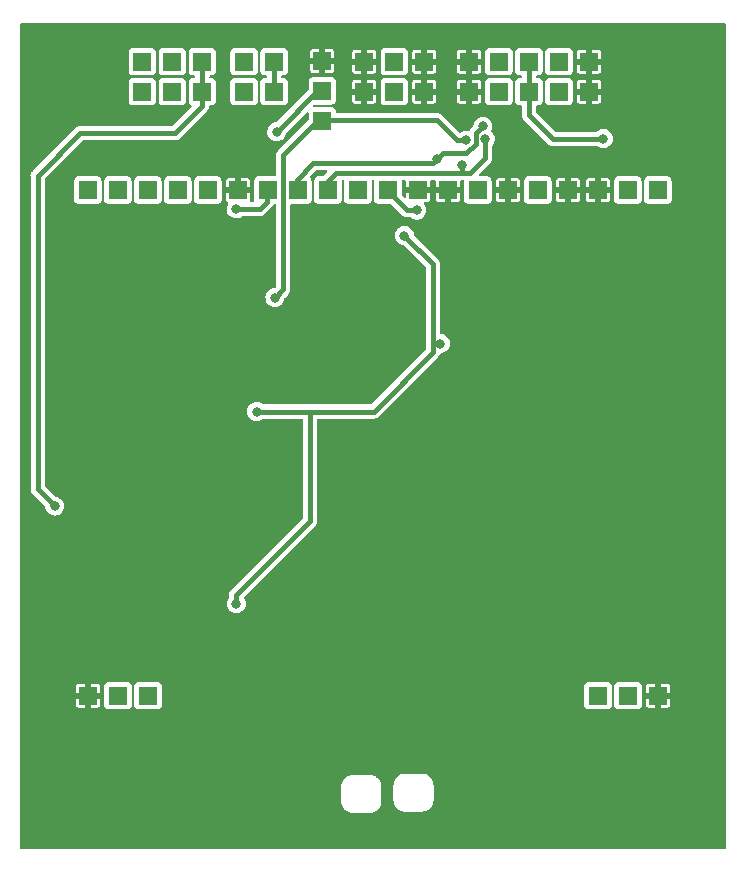
<source format=gbr>
%TF.GenerationSoftware,KiCad,Pcbnew,6.0.11+dfsg-1~bpo11+1*%
%TF.CreationDate,2023-07-05T12:26:52+00:00*%
%TF.ProjectId,OLED01,4f4c4544-3031-42e6-9b69-6361645f7063,rev?*%
%TF.SameCoordinates,PX72ba1e0PY737d6e0*%
%TF.FileFunction,Copper,L1,Top*%
%TF.FilePolarity,Positive*%
%FSLAX46Y46*%
G04 Gerber Fmt 4.6, Leading zero omitted, Abs format (unit mm)*
G04 Created by KiCad (PCBNEW 6.0.11+dfsg-1~bpo11+1) date 2023-07-05 12:26:52*
%MOMM*%
%LPD*%
G01*
G04 APERTURE LIST*
%TA.AperFunction,ComponentPad*%
%ADD10R,1.524000X1.524000*%
%TD*%
%TA.AperFunction,ComponentPad*%
%ADD11C,6.000000*%
%TD*%
%TA.AperFunction,ViaPad*%
%ADD12C,0.800000*%
%TD*%
%TA.AperFunction,Conductor*%
%ADD13C,0.400000*%
%TD*%
G04 APERTURE END LIST*
D10*
%TO.P,J1,1*%
%TO.N,/LED_B*%
X10940000Y62170000D03*
%TO.P,J1,2*%
X10940000Y59630000D03*
%TO.P,J1,3*%
%TO.N,/LED_A*%
X8400000Y62170000D03*
%TO.P,J1,4*%
X8400000Y59630000D03*
%TO.P,J1,5*%
%TO.N,/BUZZER*%
X5860000Y62170000D03*
%TO.P,J1,6*%
X5860000Y59630000D03*
%TD*%
D11*
%TO.P,H3,1,1*%
%TO.N,GND*%
X50800000Y0D03*
%TD*%
%TO.P,H4,1,1*%
%TO.N,GND*%
X0Y0D03*
%TD*%
D10*
%TO.P,J6,1*%
%TO.N,GND*%
X33520000Y59630000D03*
%TO.P,J6,2*%
X33520000Y62170000D03*
%TO.P,J6,3*%
%TO.N,/SCLIN*%
X36060000Y59630000D03*
%TO.P,J6,4*%
X36060000Y62170000D03*
%TO.P,J6,5*%
%TO.N,+5V*%
X38600000Y59630000D03*
%TO.P,J6,6*%
X38600000Y62170000D03*
%TO.P,J6,7*%
%TO.N,/SDAIN*%
X41140000Y59630000D03*
%TO.P,J6,8*%
X41140000Y62170000D03*
%TO.P,J6,9*%
%TO.N,GND*%
X43680000Y59630000D03*
%TO.P,J6,10*%
X43680000Y62170000D03*
%TD*%
%TO.P,J5,1*%
%TO.N,+2V5*%
X21100000Y57160000D03*
%TO.P,J5,2*%
%TO.N,/DC*%
X21100000Y59700000D03*
%TO.P,J5,3*%
%TO.N,GND*%
X21100000Y62240000D03*
%TD*%
D11*
%TO.P,H1,1,1*%
%TO.N,GND*%
X0Y61000000D03*
%TD*%
%TO.P,H2,1,1*%
%TO.N,GND*%
X50800000Y61000000D03*
%TD*%
D10*
%TO.P,DISP1,1,ESD_GND*%
%TO.N,GND*%
X1270000Y8500000D03*
%TO.P,DISP1,2*%
%TO.N,unconnected-(DISP1-Pad2)*%
X3810000Y8500000D03*
%TO.P,DISP1,3*%
%TO.N,unconnected-(DISP1-Pad3)*%
X6350000Y8500000D03*
%TO.P,DISP1,18*%
%TO.N,unconnected-(DISP1-Pad18)*%
X44450000Y8500000D03*
%TO.P,DISP1,19*%
%TO.N,unconnected-(DISP1-Pad19)*%
X46990000Y8500000D03*
%TO.P,DISP1,20,ESD_GND*%
%TO.N,GND*%
X49530000Y8500000D03*
%TO.P,DISP1,21,VCC*%
%TO.N,+12V*%
X49520000Y51300000D03*
%TO.P,DISP1,22,VCC*%
X46980000Y51300000D03*
%TO.P,DISP1,23,GND*%
%TO.N,GND*%
X44440000Y51300000D03*
%TO.P,DISP1,24,GND*%
X41900000Y51300000D03*
%TO.P,DISP1,25,VDD*%
%TO.N,+2V5*%
X39360000Y51300000D03*
%TO.P,DISP1,26,BS0*%
%TO.N,GND*%
X36820000Y51300000D03*
%TO.P,DISP1,27,BS1*%
%TO.N,+2V5*%
X34280000Y51300000D03*
%TO.P,DISP1,28,GND*%
%TO.N,GND*%
X31740000Y51300000D03*
%TO.P,DISP1,29,#CS*%
X29200000Y51300000D03*
%TO.P,DISP1,30,#RES*%
%TO.N,/#RES*%
X26660000Y51300000D03*
%TO.P,DISP1,31,D/C*%
%TO.N,/DC*%
X24120000Y51300000D03*
%TO.P,DISP1,32,D0*%
%TO.N,/D0*%
X21580000Y51300000D03*
%TO.P,DISP1,33,D1*%
%TO.N,/D1*%
X19040000Y51300000D03*
%TO.P,DISP1,34,D2*%
X16500000Y51300000D03*
%TO.P,DISP1,35,GND*%
%TO.N,GND*%
X13960000Y51300000D03*
%TO.P,DISP1,36,IRef*%
%TO.N,/Iref*%
X11420000Y51300000D03*
%TO.P,DISP1,37,VCOMH*%
%TO.N,/Vcomh*%
X8880000Y51300000D03*
%TO.P,DISP1,38,VCOMH*%
X6340000Y51300000D03*
%TO.P,DISP1,39,VCC*%
%TO.N,+12V*%
X3800000Y51300000D03*
%TO.P,DISP1,40,VCC*%
X1260000Y51300000D03*
%TD*%
%TO.P,J2,1*%
%TO.N,GND*%
X29740000Y62170000D03*
%TO.P,J2,2*%
X29740000Y59630000D03*
%TO.P,J2,3*%
%TO.N,+5V*%
X27200000Y62170000D03*
%TO.P,J2,4*%
X27200000Y59630000D03*
%TO.P,J2,5*%
%TO.N,GND*%
X24660000Y62170000D03*
%TO.P,J2,6*%
X24660000Y59630000D03*
%TD*%
%TO.P,J3,1*%
%TO.N,/#RES*%
X17020000Y62170000D03*
%TO.P,J3,2*%
X17020000Y59630000D03*
%TO.P,J3,3*%
%TO.N,/#INT*%
X14480000Y62170000D03*
%TO.P,J3,4*%
X14480000Y59630000D03*
%TD*%
D12*
%TO.N,GND*%
X40500000Y57200000D03*
X10000000Y55600000D03*
X-900000Y25500000D03*
X33400000Y39500000D03*
X15500000Y24000000D03*
X9500000Y24000000D03*
X10500000Y24000000D03*
X5200000Y54100000D03*
X26600000Y31800000D03*
X6000000Y30800000D03*
X20400000Y21800000D03*
X21075000Y9025000D03*
X16600000Y55100000D03*
X5000000Y48800000D03*
X8700000Y21800000D03*
X23800000Y21800000D03*
X600000Y29200000D03*
X8400000Y24000000D03*
X29825000Y9025000D03*
X900000Y34000000D03*
X45500000Y33350000D03*
X23100000Y58700000D03*
X16700000Y21800000D03*
X14400000Y24000000D03*
X29700000Y34700000D03*
X48200000Y33450000D03*
X8000000Y36100000D03*
X27700000Y36600000D03*
X36800000Y43000000D03*
X-1300000Y38100000D03*
X35600000Y39500000D03*
X9000000Y36100000D03*
X5100000Y46850000D03*
X-700000Y34000000D03*
X32600000Y57200000D03*
X1300000Y38100000D03*
X25000000Y33900000D03*
X10600000Y31600000D03*
X25325000Y9025000D03*
%TO.N,/#RES*%
X29100000Y49600000D03*
%TO.N,/DC*%
X17250000Y56250000D03*
%TO.N,/D1*%
X30800000Y53900000D03*
X13800000Y49700000D03*
X34700000Y56700000D03*
%TO.N,+2V5*%
X33250000Y55500000D03*
X17100000Y42200000D03*
%TO.N,+5V*%
X31100000Y38300000D03*
X44900000Y55650000D03*
X28050000Y47450000D03*
X13825000Y16275000D03*
X15550000Y32550000D03*
%TO.N,/LED_B*%
X-1550000Y24550000D03*
%TO.N,/D0*%
X32900000Y53400000D03*
X34900000Y55600000D03*
%TD*%
D13*
%TO.N,/#RES*%
X29100000Y49600000D02*
X28260000Y49600000D01*
X28260000Y49600000D02*
X26560000Y51300000D01*
X17020000Y59630000D02*
X17020000Y62170000D01*
%TO.N,/DC*%
X17250000Y56250000D02*
X20750000Y59750000D01*
%TO.N,/D1*%
X30800000Y53900000D02*
X31300000Y54400000D01*
X30500000Y53600000D02*
X20350000Y53600000D01*
X31300000Y54400000D02*
X33300000Y54400000D01*
X34100000Y55200000D02*
X34100000Y56100000D01*
X15800000Y49700000D02*
X16400000Y50300000D01*
X16400000Y50300000D02*
X16400000Y51300000D01*
X13800000Y49700000D02*
X15800000Y49700000D01*
X20350000Y53600000D02*
X18940000Y52190000D01*
X30800000Y53900000D02*
X30500000Y53600000D01*
X34100000Y56100000D02*
X34700000Y56700000D01*
X18940000Y52190000D02*
X18940000Y51300000D01*
X33300000Y54400000D02*
X34100000Y55200000D01*
%TO.N,+2V5*%
X17100000Y42200000D02*
X17800000Y42900000D01*
X32500000Y55500000D02*
X30790000Y57210000D01*
X30790000Y57210000D02*
X20750000Y57210000D01*
X17800000Y54260000D02*
X20750000Y57210000D01*
X33250000Y55500000D02*
X32500000Y55500000D01*
X17800000Y42900000D02*
X17800000Y54260000D01*
%TO.N,+5V*%
X38600000Y62170000D02*
X38600000Y57650000D01*
X30500000Y38300000D02*
X31100000Y38300000D01*
X40600000Y55650000D02*
X44900000Y55650000D01*
X30500000Y37600000D02*
X25450000Y32550000D01*
X30500000Y38300000D02*
X30500000Y37600000D01*
X25450000Y32550000D02*
X20050000Y32550000D01*
X38600000Y57650000D02*
X40600000Y55650000D01*
X20050000Y32550000D02*
X20050000Y23300000D01*
X20050000Y32550000D02*
X15550000Y32550000D01*
X13825000Y17025000D02*
X20050000Y23250000D01*
X28050000Y47450000D02*
X30500000Y45000000D01*
X30500000Y45000000D02*
X30500000Y38300000D01*
X13825000Y16275000D02*
X13825000Y17025000D01*
%TO.N,/LED_B*%
X10940000Y59530000D02*
X10940000Y62070000D01*
X10940000Y58440000D02*
X10940000Y59530000D01*
X600000Y56100000D02*
X8600000Y56100000D01*
X-3000000Y26000000D02*
X-3000000Y52500000D01*
X-3000000Y52500000D02*
X600000Y56100000D01*
X8600000Y56100000D02*
X10940000Y58440000D01*
X-1550000Y24550000D02*
X-3000000Y26000000D01*
%TO.N,/D0*%
X32450000Y52750000D02*
X22250000Y52750000D01*
X34900000Y55600000D02*
X34900000Y54000000D01*
X22250000Y52750000D02*
X21480000Y51980000D01*
X34900000Y54000000D02*
X33650000Y52750000D01*
X33650000Y52750000D02*
X32450000Y52750000D01*
X32900000Y53400000D02*
X32900000Y52800000D01*
X21480000Y51980000D02*
X21480000Y51300000D01*
%TD*%
%TA.AperFunction,Conductor*%
%TO.N,GND*%
G36*
X55238691Y65420593D02*
G01*
X55274655Y65371093D01*
X55279500Y65340500D01*
X55279500Y-4380500D01*
X55260593Y-4438691D01*
X55211093Y-4474655D01*
X55180500Y-4479500D01*
X-4380500Y-4479500D01*
X-4438691Y-4460593D01*
X-4474655Y-4411093D01*
X-4479500Y-4380500D01*
X-4479500Y-413823D01*
X22706891Y-413823D01*
X22707806Y-420820D01*
X22708873Y-428977D01*
X22709331Y-433177D01*
X22723436Y-594399D01*
X22768746Y-763498D01*
X22842732Y-922161D01*
X22943145Y-1065566D01*
X23066934Y-1189355D01*
X23210339Y-1289768D01*
X23369002Y-1363754D01*
X23438311Y-1382325D01*
X23533924Y-1407945D01*
X23533926Y-1407945D01*
X23538101Y-1409064D01*
X23565874Y-1411494D01*
X23668300Y-1420455D01*
X23676096Y-1421450D01*
X23696375Y-1424862D01*
X23696381Y-1424863D01*
X23700146Y-1425496D01*
X23703962Y-1425543D01*
X23703966Y-1425543D01*
X23706637Y-1425575D01*
X23712500Y-1425647D01*
X23741458Y-1421500D01*
X23755492Y-1420500D01*
X25062181Y-1420500D01*
X25078606Y-1421872D01*
X25096376Y-1424862D01*
X25096380Y-1424862D01*
X25100146Y-1425496D01*
X25103963Y-1425543D01*
X25103967Y-1425543D01*
X25106652Y-1425576D01*
X25112500Y-1425647D01*
X25116290Y-1425104D01*
X25116294Y-1425104D01*
X25133583Y-1422628D01*
X25138984Y-1422005D01*
X25286899Y-1409064D01*
X25455998Y-1363754D01*
X25614661Y-1289768D01*
X25758066Y-1189355D01*
X25881855Y-1065566D01*
X25982268Y-922161D01*
X26056254Y-763498D01*
X26101564Y-594399D01*
X26109875Y-499399D01*
X26112955Y-464200D01*
X26113950Y-456404D01*
X26117362Y-436125D01*
X26117363Y-436119D01*
X26117996Y-432354D01*
X26118147Y-420000D01*
X26114000Y-391042D01*
X26113000Y-377008D01*
X26113000Y-318823D01*
X27119391Y-318823D01*
X27120306Y-325820D01*
X27121373Y-333977D01*
X27121831Y-338177D01*
X27135936Y-499399D01*
X27181246Y-668498D01*
X27255232Y-827161D01*
X27355645Y-970566D01*
X27479434Y-1094355D01*
X27571777Y-1159014D01*
X27618649Y-1191834D01*
X27622839Y-1194768D01*
X27781502Y-1268754D01*
X27850664Y-1287286D01*
X27946424Y-1312945D01*
X27946426Y-1312945D01*
X27950601Y-1314064D01*
X27978374Y-1316494D01*
X28080800Y-1325455D01*
X28088596Y-1326450D01*
X28108875Y-1329862D01*
X28108881Y-1329863D01*
X28112646Y-1330496D01*
X28116462Y-1330543D01*
X28116466Y-1330543D01*
X28119137Y-1330575D01*
X28125000Y-1330647D01*
X28153958Y-1326500D01*
X28167992Y-1325500D01*
X29474681Y-1325500D01*
X29491106Y-1326872D01*
X29508876Y-1329862D01*
X29508880Y-1329862D01*
X29512646Y-1330496D01*
X29516463Y-1330543D01*
X29516467Y-1330543D01*
X29519152Y-1330576D01*
X29525000Y-1330647D01*
X29528790Y-1330104D01*
X29528794Y-1330104D01*
X29546083Y-1327628D01*
X29551484Y-1327005D01*
X29699399Y-1314064D01*
X29868498Y-1268754D01*
X30027161Y-1194768D01*
X30031352Y-1191834D01*
X30078223Y-1159014D01*
X30170566Y-1094355D01*
X30294355Y-970566D01*
X30394768Y-827161D01*
X30468754Y-668498D01*
X30514064Y-499399D01*
X30517487Y-460276D01*
X30525455Y-369200D01*
X30526450Y-361404D01*
X30529862Y-341125D01*
X30529863Y-341119D01*
X30530496Y-337354D01*
X30530647Y-325000D01*
X30526500Y-296042D01*
X30525500Y-282008D01*
X30525500Y824681D01*
X30526872Y841106D01*
X30529862Y858876D01*
X30529862Y858880D01*
X30530496Y862646D01*
X30530647Y875000D01*
X30529763Y881177D01*
X30527628Y896083D01*
X30527005Y901487D01*
X30514440Y1045098D01*
X30514064Y1049399D01*
X30468754Y1218498D01*
X30394768Y1377161D01*
X30294355Y1520566D01*
X30170566Y1644355D01*
X30027161Y1744768D01*
X29868498Y1818754D01*
X29799189Y1837325D01*
X29703576Y1862945D01*
X29703574Y1862945D01*
X29699399Y1864064D01*
X29671626Y1866494D01*
X29569200Y1875455D01*
X29561404Y1876450D01*
X29541125Y1879862D01*
X29541119Y1879863D01*
X29537354Y1880496D01*
X29533538Y1880543D01*
X29533534Y1880543D01*
X29530863Y1880575D01*
X29525000Y1880647D01*
X29496043Y1876500D01*
X29482008Y1875500D01*
X28175319Y1875500D01*
X28158894Y1876872D01*
X28141124Y1879862D01*
X28141120Y1879862D01*
X28137354Y1880496D01*
X28133537Y1880543D01*
X28133533Y1880543D01*
X28130848Y1880576D01*
X28125000Y1880647D01*
X28121210Y1880104D01*
X28121206Y1880104D01*
X28103917Y1877628D01*
X28098516Y1877005D01*
X27950601Y1864064D01*
X27781502Y1818754D01*
X27622839Y1744768D01*
X27479434Y1644355D01*
X27355645Y1520566D01*
X27255232Y1377161D01*
X27181246Y1218498D01*
X27135936Y1049399D01*
X27127625Y954399D01*
X27123853Y911291D01*
X27123051Y904690D01*
X27120476Y888152D01*
X27120476Y888146D01*
X27119391Y881177D01*
X27120306Y874181D01*
X27123664Y848500D01*
X27124500Y835664D01*
X27124500Y-278351D01*
X27123321Y-293581D01*
X27119391Y-318823D01*
X26113000Y-318823D01*
X26113000Y729681D01*
X26114372Y746106D01*
X26117362Y763876D01*
X26117362Y763880D01*
X26117996Y767646D01*
X26118147Y780000D01*
X26117263Y786177D01*
X26115128Y801083D01*
X26114505Y806487D01*
X26111476Y841106D01*
X26101564Y954399D01*
X26056254Y1123498D01*
X25982268Y1282161D01*
X25881855Y1425566D01*
X25758066Y1549355D01*
X25622392Y1644355D01*
X25618206Y1647286D01*
X25618204Y1647287D01*
X25614661Y1649768D01*
X25455998Y1723754D01*
X25370743Y1746598D01*
X25291076Y1767945D01*
X25291074Y1767945D01*
X25286899Y1769064D01*
X25259126Y1771494D01*
X25156700Y1780455D01*
X25148904Y1781450D01*
X25128625Y1784862D01*
X25128619Y1784863D01*
X25124854Y1785496D01*
X25121038Y1785543D01*
X25121034Y1785543D01*
X25118363Y1785575D01*
X25112500Y1785647D01*
X25083543Y1781500D01*
X25069508Y1780500D01*
X23762819Y1780500D01*
X23746394Y1781872D01*
X23728624Y1784862D01*
X23728620Y1784862D01*
X23724854Y1785496D01*
X23721037Y1785543D01*
X23721033Y1785543D01*
X23718348Y1785576D01*
X23712500Y1785647D01*
X23708710Y1785104D01*
X23708706Y1785104D01*
X23691417Y1782628D01*
X23686016Y1782005D01*
X23538101Y1769064D01*
X23369002Y1723754D01*
X23210339Y1649768D01*
X23206796Y1647287D01*
X23206794Y1647286D01*
X23202608Y1644355D01*
X23066934Y1549355D01*
X22943145Y1425566D01*
X22842732Y1282161D01*
X22768746Y1123498D01*
X22723436Y954399D01*
X22712811Y832951D01*
X22711353Y816291D01*
X22710551Y809690D01*
X22707976Y793152D01*
X22707976Y793146D01*
X22706891Y786177D01*
X22707806Y779181D01*
X22711164Y753500D01*
X22712000Y740664D01*
X22712000Y-373351D01*
X22710821Y-388581D01*
X22706891Y-413823D01*
X-4479500Y-413823D01*
X-4479500Y7718234D01*
X258000Y7718234D01*
X258948Y7708612D01*
X270603Y7650017D01*
X277922Y7632349D01*
X322341Y7565870D01*
X335870Y7552341D01*
X402349Y7507922D01*
X420017Y7500603D01*
X478612Y7488948D01*
X488234Y7488000D01*
X1000320Y7488000D01*
X1013005Y7492122D01*
X1016000Y7496243D01*
X1016000Y7503680D01*
X1524000Y7503680D01*
X1528122Y7490995D01*
X1532243Y7488000D01*
X2051766Y7488000D01*
X2061388Y7488948D01*
X2119983Y7500603D01*
X2137651Y7507922D01*
X2204130Y7552341D01*
X2217659Y7565870D01*
X2262078Y7632349D01*
X2269397Y7650017D01*
X2281052Y7708612D01*
X2282000Y7718234D01*
X2282000Y8230320D01*
X2277878Y8243005D01*
X2273757Y8246000D01*
X1539680Y8246000D01*
X1526995Y8241878D01*
X1524000Y8237757D01*
X1524000Y7503680D01*
X1016000Y7503680D01*
X1016000Y8230320D01*
X1011878Y8243005D01*
X1007757Y8246000D01*
X273680Y8246000D01*
X260995Y8241878D01*
X258000Y8237757D01*
X258000Y7718234D01*
X-4479500Y7718234D01*
X-4479500Y8769680D01*
X258000Y8769680D01*
X262122Y8756995D01*
X266243Y8754000D01*
X1000320Y8754000D01*
X1013005Y8758122D01*
X1016000Y8762243D01*
X1016000Y8769680D01*
X1524000Y8769680D01*
X1528122Y8756995D01*
X1532243Y8754000D01*
X2266320Y8754000D01*
X2279005Y8758122D01*
X2282000Y8762243D01*
X2282000Y9281766D01*
X2281052Y9291388D01*
X2280628Y9293519D01*
X2647500Y9293519D01*
X2647501Y7706482D01*
X2662354Y7612696D01*
X2719950Y7499658D01*
X2809658Y7409950D01*
X2816595Y7406415D01*
X2816597Y7406414D01*
X2915756Y7355890D01*
X2922696Y7352354D01*
X2930390Y7351135D01*
X2930391Y7351135D01*
X3012635Y7338109D01*
X3012637Y7338109D01*
X3016481Y7337500D01*
X3809898Y7337500D01*
X4603518Y7337501D01*
X4607361Y7338110D01*
X4607366Y7338110D01*
X4644217Y7343947D01*
X4697304Y7352354D01*
X4753823Y7381152D01*
X4803403Y7406414D01*
X4803405Y7406415D01*
X4810342Y7409950D01*
X4900050Y7499658D01*
X4926894Y7552341D01*
X4954110Y7605756D01*
X4954110Y7605757D01*
X4957646Y7612696D01*
X4972500Y7706481D01*
X4972499Y9293518D01*
X4972499Y9293519D01*
X5187500Y9293519D01*
X5187501Y7706482D01*
X5202354Y7612696D01*
X5259950Y7499658D01*
X5349658Y7409950D01*
X5356595Y7406415D01*
X5356597Y7406414D01*
X5455756Y7355890D01*
X5462696Y7352354D01*
X5470390Y7351135D01*
X5470391Y7351135D01*
X5552635Y7338109D01*
X5552637Y7338109D01*
X5556481Y7337500D01*
X6349898Y7337500D01*
X7143518Y7337501D01*
X7147361Y7338110D01*
X7147366Y7338110D01*
X7184217Y7343947D01*
X7237304Y7352354D01*
X7293823Y7381152D01*
X7343403Y7406414D01*
X7343405Y7406415D01*
X7350342Y7409950D01*
X7440050Y7499658D01*
X7466894Y7552341D01*
X7494110Y7605756D01*
X7494110Y7605757D01*
X7497646Y7612696D01*
X7512500Y7706481D01*
X7512499Y9293518D01*
X7512499Y9293519D01*
X43287500Y9293519D01*
X43287501Y7706482D01*
X43302354Y7612696D01*
X43359950Y7499658D01*
X43449658Y7409950D01*
X43456595Y7406415D01*
X43456597Y7406414D01*
X43555756Y7355890D01*
X43562696Y7352354D01*
X43570390Y7351135D01*
X43570391Y7351135D01*
X43652635Y7338109D01*
X43652637Y7338109D01*
X43656481Y7337500D01*
X44449898Y7337500D01*
X45243518Y7337501D01*
X45247361Y7338110D01*
X45247366Y7338110D01*
X45284217Y7343947D01*
X45337304Y7352354D01*
X45393823Y7381152D01*
X45443403Y7406414D01*
X45443405Y7406415D01*
X45450342Y7409950D01*
X45540050Y7499658D01*
X45566894Y7552341D01*
X45594110Y7605756D01*
X45594110Y7605757D01*
X45597646Y7612696D01*
X45612500Y7706481D01*
X45612499Y9293518D01*
X45612499Y9293519D01*
X45827500Y9293519D01*
X45827501Y7706482D01*
X45842354Y7612696D01*
X45899950Y7499658D01*
X45989658Y7409950D01*
X45996595Y7406415D01*
X45996597Y7406414D01*
X46095756Y7355890D01*
X46102696Y7352354D01*
X46110390Y7351135D01*
X46110391Y7351135D01*
X46192635Y7338109D01*
X46192637Y7338109D01*
X46196481Y7337500D01*
X46989898Y7337500D01*
X47783518Y7337501D01*
X47787361Y7338110D01*
X47787366Y7338110D01*
X47824217Y7343947D01*
X47877304Y7352354D01*
X47933823Y7381152D01*
X47983403Y7406414D01*
X47983405Y7406415D01*
X47990342Y7409950D01*
X48080050Y7499658D01*
X48106894Y7552341D01*
X48134110Y7605756D01*
X48134110Y7605757D01*
X48137646Y7612696D01*
X48152500Y7706481D01*
X48152500Y7718234D01*
X48518000Y7718234D01*
X48518948Y7708612D01*
X48530603Y7650017D01*
X48537922Y7632349D01*
X48582341Y7565870D01*
X48595870Y7552341D01*
X48662349Y7507922D01*
X48680017Y7500603D01*
X48738612Y7488948D01*
X48748234Y7488000D01*
X49260320Y7488000D01*
X49273005Y7492122D01*
X49276000Y7496243D01*
X49276000Y7503680D01*
X49784000Y7503680D01*
X49788122Y7490995D01*
X49792243Y7488000D01*
X50311766Y7488000D01*
X50321388Y7488948D01*
X50379983Y7500603D01*
X50397651Y7507922D01*
X50464130Y7552341D01*
X50477659Y7565870D01*
X50522078Y7632349D01*
X50529397Y7650017D01*
X50541052Y7708612D01*
X50542000Y7718234D01*
X50542000Y8230320D01*
X50537878Y8243005D01*
X50533757Y8246000D01*
X49799680Y8246000D01*
X49786995Y8241878D01*
X49784000Y8237757D01*
X49784000Y7503680D01*
X49276000Y7503680D01*
X49276000Y8230320D01*
X49271878Y8243005D01*
X49267757Y8246000D01*
X48533680Y8246000D01*
X48520995Y8241878D01*
X48518000Y8237757D01*
X48518000Y7718234D01*
X48152500Y7718234D01*
X48152499Y8769680D01*
X48518000Y8769680D01*
X48522122Y8756995D01*
X48526243Y8754000D01*
X49260320Y8754000D01*
X49273005Y8758122D01*
X49276000Y8762243D01*
X49276000Y8769680D01*
X49784000Y8769680D01*
X49788122Y8756995D01*
X49792243Y8754000D01*
X50526320Y8754000D01*
X50539005Y8758122D01*
X50542000Y8762243D01*
X50542000Y9281766D01*
X50541052Y9291388D01*
X50529397Y9349983D01*
X50522078Y9367651D01*
X50477659Y9434130D01*
X50464130Y9447659D01*
X50397651Y9492078D01*
X50379983Y9499397D01*
X50321388Y9511052D01*
X50311766Y9512000D01*
X49799680Y9512000D01*
X49786995Y9507878D01*
X49784000Y9503757D01*
X49784000Y8769680D01*
X49276000Y8769680D01*
X49276000Y9496320D01*
X49271878Y9509005D01*
X49267757Y9512000D01*
X48748234Y9512000D01*
X48738612Y9511052D01*
X48680017Y9499397D01*
X48662349Y9492078D01*
X48595870Y9447659D01*
X48582341Y9434130D01*
X48537922Y9367651D01*
X48530603Y9349983D01*
X48518948Y9291388D01*
X48518000Y9281766D01*
X48518000Y8769680D01*
X48152499Y8769680D01*
X48152499Y9293518D01*
X48137646Y9387304D01*
X48080050Y9500342D01*
X47990342Y9590050D01*
X47983405Y9593585D01*
X47983403Y9593586D01*
X47884244Y9644110D01*
X47884243Y9644110D01*
X47877304Y9647646D01*
X47869610Y9648865D01*
X47869609Y9648865D01*
X47787365Y9661891D01*
X47787363Y9661891D01*
X47783519Y9662500D01*
X46990102Y9662500D01*
X46196482Y9662499D01*
X46192639Y9661890D01*
X46192634Y9661890D01*
X46155783Y9656053D01*
X46102696Y9647646D01*
X46046177Y9618848D01*
X45996597Y9593586D01*
X45996595Y9593585D01*
X45989658Y9590050D01*
X45899950Y9500342D01*
X45896415Y9493405D01*
X45896414Y9493403D01*
X45866213Y9434130D01*
X45842354Y9387304D01*
X45827500Y9293519D01*
X45612499Y9293519D01*
X45597646Y9387304D01*
X45540050Y9500342D01*
X45450342Y9590050D01*
X45443405Y9593585D01*
X45443403Y9593586D01*
X45344244Y9644110D01*
X45344243Y9644110D01*
X45337304Y9647646D01*
X45329610Y9648865D01*
X45329609Y9648865D01*
X45247365Y9661891D01*
X45247363Y9661891D01*
X45243519Y9662500D01*
X44450102Y9662500D01*
X43656482Y9662499D01*
X43652639Y9661890D01*
X43652634Y9661890D01*
X43615783Y9656053D01*
X43562696Y9647646D01*
X43506177Y9618848D01*
X43456597Y9593586D01*
X43456595Y9593585D01*
X43449658Y9590050D01*
X43359950Y9500342D01*
X43356415Y9493405D01*
X43356414Y9493403D01*
X43326213Y9434130D01*
X43302354Y9387304D01*
X43287500Y9293519D01*
X7512499Y9293519D01*
X7497646Y9387304D01*
X7440050Y9500342D01*
X7350342Y9590050D01*
X7343405Y9593585D01*
X7343403Y9593586D01*
X7244244Y9644110D01*
X7244243Y9644110D01*
X7237304Y9647646D01*
X7229610Y9648865D01*
X7229609Y9648865D01*
X7147365Y9661891D01*
X7147363Y9661891D01*
X7143519Y9662500D01*
X6350102Y9662500D01*
X5556482Y9662499D01*
X5552639Y9661890D01*
X5552634Y9661890D01*
X5515783Y9656053D01*
X5462696Y9647646D01*
X5406177Y9618848D01*
X5356597Y9593586D01*
X5356595Y9593585D01*
X5349658Y9590050D01*
X5259950Y9500342D01*
X5256415Y9493405D01*
X5256414Y9493403D01*
X5226213Y9434130D01*
X5202354Y9387304D01*
X5187500Y9293519D01*
X4972499Y9293519D01*
X4957646Y9387304D01*
X4900050Y9500342D01*
X4810342Y9590050D01*
X4803405Y9593585D01*
X4803403Y9593586D01*
X4704244Y9644110D01*
X4704243Y9644110D01*
X4697304Y9647646D01*
X4689610Y9648865D01*
X4689609Y9648865D01*
X4607365Y9661891D01*
X4607363Y9661891D01*
X4603519Y9662500D01*
X3810102Y9662500D01*
X3016482Y9662499D01*
X3012639Y9661890D01*
X3012634Y9661890D01*
X2975783Y9656053D01*
X2922696Y9647646D01*
X2866177Y9618848D01*
X2816597Y9593586D01*
X2816595Y9593585D01*
X2809658Y9590050D01*
X2719950Y9500342D01*
X2716415Y9493405D01*
X2716414Y9493403D01*
X2686213Y9434130D01*
X2662354Y9387304D01*
X2647500Y9293519D01*
X2280628Y9293519D01*
X2269397Y9349983D01*
X2262078Y9367651D01*
X2217659Y9434130D01*
X2204130Y9447659D01*
X2137651Y9492078D01*
X2119983Y9499397D01*
X2061388Y9511052D01*
X2051766Y9512000D01*
X1539680Y9512000D01*
X1526995Y9507878D01*
X1524000Y9503757D01*
X1524000Y8769680D01*
X1016000Y8769680D01*
X1016000Y9496320D01*
X1011878Y9509005D01*
X1007757Y9512000D01*
X488234Y9512000D01*
X478612Y9511052D01*
X420017Y9499397D01*
X402349Y9492078D01*
X335870Y9447659D01*
X322341Y9434130D01*
X277922Y9367651D01*
X270603Y9349983D01*
X258948Y9291388D01*
X258000Y9281766D01*
X258000Y8769680D01*
X-4479500Y8769680D01*
X-4479500Y16286247D01*
X13019514Y16286247D01*
X13027424Y16205576D01*
X13036499Y16113016D01*
X13036500Y16113011D01*
X13037039Y16107514D01*
X13093726Y15937104D01*
X13096591Y15932373D01*
X13096593Y15932369D01*
X13183890Y15788225D01*
X13186759Y15783488D01*
X13311514Y15654301D01*
X13316139Y15651275D01*
X13316142Y15651272D01*
X13457163Y15558991D01*
X13461789Y15555964D01*
X13630116Y15493364D01*
X13635602Y15492632D01*
X13635606Y15492631D01*
X13797408Y15471043D01*
X13808130Y15469612D01*
X13813636Y15470113D01*
X13813638Y15470113D01*
X13897556Y15477750D01*
X13986981Y15485888D01*
X14009990Y15493364D01*
X14152517Y15539674D01*
X14152519Y15539675D01*
X14157782Y15541385D01*
X14162538Y15544220D01*
X14162540Y15544221D01*
X14307293Y15630511D01*
X14312044Y15633343D01*
X14442099Y15757193D01*
X14541483Y15906778D01*
X14605257Y16074664D01*
X14630251Y16252507D01*
X14630565Y16275000D01*
X14629921Y16280744D01*
X14611163Y16447975D01*
X14611162Y16447979D01*
X14610546Y16453472D01*
X14551485Y16623073D01*
X14485853Y16728107D01*
X14471051Y16787472D01*
X14493971Y16844203D01*
X14499806Y16850571D01*
X20502450Y22853215D01*
X20530210Y22889393D01*
X20570588Y22942013D01*
X20570590Y22942017D01*
X20574536Y22947159D01*
X20635044Y23093238D01*
X20655682Y23250000D01*
X20651347Y23282928D01*
X20650500Y23295849D01*
X20650500Y31850500D01*
X20669407Y31908691D01*
X20718907Y31944655D01*
X20749500Y31949500D01*
X25404151Y31949500D01*
X25417072Y31948653D01*
X25450000Y31944318D01*
X25482928Y31948653D01*
X25489361Y31949500D01*
X25606762Y31964956D01*
X25752841Y32025464D01*
X25878282Y32121718D01*
X25898498Y32148064D01*
X25907036Y32157801D01*
X30892203Y37142967D01*
X30901932Y37151499D01*
X30928282Y37171718D01*
X31024536Y37297159D01*
X31084333Y37441521D01*
X31124070Y37488046D01*
X31166824Y37502228D01*
X31221781Y37507230D01*
X31261981Y37510888D01*
X31267241Y37512597D01*
X31427517Y37564674D01*
X31427519Y37564675D01*
X31432782Y37566385D01*
X31437538Y37569220D01*
X31437540Y37569221D01*
X31582293Y37655511D01*
X31587044Y37658343D01*
X31717099Y37782193D01*
X31816483Y37931778D01*
X31880257Y38099664D01*
X31905251Y38277507D01*
X31905295Y38280625D01*
X31905522Y38296884D01*
X31905522Y38296892D01*
X31905565Y38300000D01*
X31885546Y38478472D01*
X31826485Y38648073D01*
X31731316Y38800375D01*
X31604770Y38927807D01*
X31453136Y39024037D01*
X31283951Y39084281D01*
X31278464Y39084935D01*
X31278461Y39084936D01*
X31187778Y39095749D01*
X31132235Y39121414D01*
X31102385Y39174824D01*
X31100500Y39194053D01*
X31100500Y44954151D01*
X31101347Y44967073D01*
X31104835Y44993567D01*
X31105682Y45000000D01*
X31085044Y45156762D01*
X31024536Y45302841D01*
X31020590Y45307983D01*
X31020588Y45307987D01*
X30952450Y45396785D01*
X30952449Y45396787D01*
X30932233Y45423134D01*
X30932229Y45423138D01*
X30928282Y45428282D01*
X30901936Y45448498D01*
X30892199Y45457036D01*
X28874562Y47474673D01*
X28846183Y47533642D01*
X28836163Y47622974D01*
X28836162Y47622976D01*
X28835546Y47628472D01*
X28776485Y47798073D01*
X28681316Y47950375D01*
X28554770Y48077807D01*
X28549855Y48080926D01*
X28407810Y48171071D01*
X28407809Y48171072D01*
X28403136Y48174037D01*
X28233951Y48234281D01*
X28228464Y48234935D01*
X28228461Y48234936D01*
X28061120Y48254890D01*
X28061117Y48254890D01*
X28055624Y48255545D01*
X27877017Y48236773D01*
X27871777Y48234989D01*
X27871776Y48234989D01*
X27712249Y48180682D01*
X27712245Y48180680D01*
X27707007Y48178897D01*
X27702297Y48175999D01*
X27702292Y48175997D01*
X27558907Y48087785D01*
X27554045Y48084794D01*
X27425732Y47959141D01*
X27328446Y47808183D01*
X27267022Y47639422D01*
X27244514Y47461247D01*
X27245054Y47455744D01*
X27261499Y47288016D01*
X27261500Y47288011D01*
X27262039Y47282514D01*
X27318726Y47112104D01*
X27321591Y47107373D01*
X27321593Y47107369D01*
X27408890Y46963225D01*
X27411759Y46958488D01*
X27536514Y46829301D01*
X27541139Y46826275D01*
X27541142Y46826272D01*
X27682163Y46733991D01*
X27686789Y46730964D01*
X27855116Y46668364D01*
X27860602Y46667632D01*
X27860606Y46667631D01*
X27968782Y46653198D01*
X28025693Y46625072D01*
X29870504Y44780261D01*
X29898281Y44725744D01*
X29899500Y44710257D01*
X29899500Y38345849D01*
X29898653Y38332928D01*
X29894318Y38300000D01*
X29895165Y38293567D01*
X29898653Y38267073D01*
X29899500Y38254151D01*
X29899500Y37889744D01*
X29880593Y37831553D01*
X29870504Y37819740D01*
X25230261Y33179496D01*
X25175744Y33151719D01*
X25160257Y33150500D01*
X20095849Y33150500D01*
X20082927Y33151347D01*
X20050000Y33155682D01*
X20017073Y33151347D01*
X20004151Y33150500D01*
X16122612Y33150500D01*
X16060580Y33172344D01*
X16058670Y33173880D01*
X16054770Y33177807D01*
X16049855Y33180926D01*
X15907810Y33271071D01*
X15907809Y33271072D01*
X15903136Y33274037D01*
X15733951Y33334281D01*
X15728464Y33334935D01*
X15728461Y33334936D01*
X15561120Y33354890D01*
X15561117Y33354890D01*
X15555624Y33355545D01*
X15377017Y33336773D01*
X15371777Y33334989D01*
X15371776Y33334989D01*
X15212249Y33280682D01*
X15212245Y33280680D01*
X15207007Y33278897D01*
X15202297Y33275999D01*
X15202292Y33275997D01*
X15058907Y33187785D01*
X15054045Y33184794D01*
X14925732Y33059141D01*
X14828446Y32908183D01*
X14767022Y32739422D01*
X14744514Y32561247D01*
X14745054Y32555744D01*
X14761499Y32388016D01*
X14761500Y32388011D01*
X14762039Y32382514D01*
X14818726Y32212104D01*
X14821591Y32207373D01*
X14821593Y32207369D01*
X14875860Y32117764D01*
X14911759Y32058488D01*
X14915607Y32054503D01*
X14915608Y32054502D01*
X14943650Y32025464D01*
X15036514Y31929301D01*
X15041139Y31926275D01*
X15041142Y31926272D01*
X15182163Y31833991D01*
X15186789Y31830964D01*
X15355116Y31768364D01*
X15360602Y31767632D01*
X15360606Y31767631D01*
X15522408Y31746043D01*
X15533130Y31744612D01*
X15538636Y31745113D01*
X15538638Y31745113D01*
X15622555Y31752750D01*
X15711981Y31760888D01*
X15734990Y31768364D01*
X15877517Y31814674D01*
X15877519Y31814675D01*
X15882782Y31816385D01*
X15887538Y31819220D01*
X15887540Y31819221D01*
X16032293Y31905511D01*
X16037044Y31908343D01*
X16051588Y31922193D01*
X16106767Y31948630D01*
X16119860Y31949500D01*
X19350500Y31949500D01*
X19408691Y31930593D01*
X19444655Y31881093D01*
X19449500Y31850500D01*
X19449500Y23539743D01*
X19430593Y23481552D01*
X19420504Y23469739D01*
X13432801Y17482036D01*
X13423064Y17473498D01*
X13396718Y17453282D01*
X13392771Y17448138D01*
X13392767Y17448134D01*
X13372551Y17421787D01*
X13372550Y17421785D01*
X13304412Y17332987D01*
X13304410Y17332983D01*
X13300464Y17327841D01*
X13239956Y17181762D01*
X13219318Y17025000D01*
X13220165Y17018567D01*
X13223653Y16992073D01*
X13224500Y16979151D01*
X13224500Y16847559D01*
X13202551Y16785922D01*
X13200732Y16784141D01*
X13103446Y16633183D01*
X13042022Y16464422D01*
X13019514Y16286247D01*
X-4479500Y16286247D01*
X-4479500Y26000000D01*
X-3605682Y26000000D01*
X-3600500Y25960639D01*
X-3585044Y25843238D01*
X-3524536Y25697159D01*
X-3428282Y25571718D01*
X-3423129Y25567764D01*
X-3401936Y25551502D01*
X-3392199Y25542964D01*
X-2374572Y24525337D01*
X-2346048Y24464994D01*
X-2337961Y24382514D01*
X-2281274Y24212104D01*
X-2278409Y24207373D01*
X-2278407Y24207369D01*
X-2191110Y24063225D01*
X-2188241Y24058488D01*
X-2063486Y23929301D01*
X-2058861Y23926275D01*
X-2058858Y23926272D01*
X-1917837Y23833991D01*
X-1913211Y23830964D01*
X-1744884Y23768364D01*
X-1739398Y23767632D01*
X-1739394Y23767631D01*
X-1577592Y23746043D01*
X-1566870Y23744612D01*
X-1561364Y23745113D01*
X-1561362Y23745113D01*
X-1477445Y23752750D01*
X-1388019Y23760888D01*
X-1365010Y23768364D01*
X-1222483Y23814674D01*
X-1222481Y23814675D01*
X-1217218Y23816385D01*
X-1212462Y23819220D01*
X-1212460Y23819221D01*
X-1067707Y23905511D01*
X-1062956Y23908343D01*
X-932901Y24032193D01*
X-833517Y24181778D01*
X-769743Y24349664D01*
X-744749Y24527507D01*
X-744435Y24550000D01*
X-764454Y24728472D01*
X-823515Y24898073D01*
X-918684Y25050375D01*
X-1045230Y25177807D01*
X-1196864Y25274037D01*
X-1366049Y25334281D01*
X-1371536Y25334935D01*
X-1371539Y25334936D01*
X-1467115Y25346332D01*
X-1525397Y25374632D01*
X-2370504Y26219739D01*
X-2398281Y26274256D01*
X-2399500Y26289743D01*
X-2399500Y52093519D01*
X97500Y52093519D01*
X97501Y50506482D01*
X98110Y50502639D01*
X98110Y50502634D01*
X100622Y50486773D01*
X112354Y50412696D01*
X169950Y50299658D01*
X259658Y50209950D01*
X266595Y50206415D01*
X266597Y50206414D01*
X330500Y50173854D01*
X372696Y50152354D01*
X380390Y50151135D01*
X380391Y50151135D01*
X462635Y50138109D01*
X462637Y50138109D01*
X466481Y50137500D01*
X1259898Y50137500D01*
X2053518Y50137501D01*
X2057361Y50138110D01*
X2057366Y50138110D01*
X2094217Y50143947D01*
X2147304Y50152354D01*
X2203823Y50181152D01*
X2253403Y50206414D01*
X2253405Y50206415D01*
X2260342Y50209950D01*
X2350050Y50299658D01*
X2376894Y50352341D01*
X2404110Y50405756D01*
X2404110Y50405757D01*
X2407646Y50412696D01*
X2410402Y50430093D01*
X2421891Y50502635D01*
X2421891Y50502637D01*
X2422500Y50506481D01*
X2422499Y52093518D01*
X2422499Y52093519D01*
X2637500Y52093519D01*
X2637501Y50506482D01*
X2638110Y50502639D01*
X2638110Y50502634D01*
X2640622Y50486773D01*
X2652354Y50412696D01*
X2709950Y50299658D01*
X2799658Y50209950D01*
X2806595Y50206415D01*
X2806597Y50206414D01*
X2870500Y50173854D01*
X2912696Y50152354D01*
X2920390Y50151135D01*
X2920391Y50151135D01*
X3002635Y50138109D01*
X3002637Y50138109D01*
X3006481Y50137500D01*
X3799898Y50137500D01*
X4593518Y50137501D01*
X4597361Y50138110D01*
X4597366Y50138110D01*
X4634217Y50143947D01*
X4687304Y50152354D01*
X4743823Y50181152D01*
X4793403Y50206414D01*
X4793405Y50206415D01*
X4800342Y50209950D01*
X4890050Y50299658D01*
X4916894Y50352341D01*
X4944110Y50405756D01*
X4944110Y50405757D01*
X4947646Y50412696D01*
X4950402Y50430093D01*
X4961891Y50502635D01*
X4961891Y50502637D01*
X4962500Y50506481D01*
X4962499Y52093518D01*
X4962499Y52093519D01*
X5177500Y52093519D01*
X5177501Y50506482D01*
X5178110Y50502639D01*
X5178110Y50502634D01*
X5180622Y50486773D01*
X5192354Y50412696D01*
X5249950Y50299658D01*
X5339658Y50209950D01*
X5346595Y50206415D01*
X5346597Y50206414D01*
X5410500Y50173854D01*
X5452696Y50152354D01*
X5460390Y50151135D01*
X5460391Y50151135D01*
X5542635Y50138109D01*
X5542637Y50138109D01*
X5546481Y50137500D01*
X6339898Y50137500D01*
X7133518Y50137501D01*
X7137361Y50138110D01*
X7137366Y50138110D01*
X7174217Y50143947D01*
X7227304Y50152354D01*
X7283823Y50181152D01*
X7333403Y50206414D01*
X7333405Y50206415D01*
X7340342Y50209950D01*
X7430050Y50299658D01*
X7456894Y50352341D01*
X7484110Y50405756D01*
X7484110Y50405757D01*
X7487646Y50412696D01*
X7490402Y50430093D01*
X7501891Y50502635D01*
X7501891Y50502637D01*
X7502500Y50506481D01*
X7502499Y52093518D01*
X7502499Y52093519D01*
X7717500Y52093519D01*
X7717501Y50506482D01*
X7718110Y50502639D01*
X7718110Y50502634D01*
X7720622Y50486773D01*
X7732354Y50412696D01*
X7789950Y50299658D01*
X7879658Y50209950D01*
X7886595Y50206415D01*
X7886597Y50206414D01*
X7950500Y50173854D01*
X7992696Y50152354D01*
X8000390Y50151135D01*
X8000391Y50151135D01*
X8082635Y50138109D01*
X8082637Y50138109D01*
X8086481Y50137500D01*
X8879898Y50137500D01*
X9673518Y50137501D01*
X9677361Y50138110D01*
X9677366Y50138110D01*
X9714217Y50143947D01*
X9767304Y50152354D01*
X9823823Y50181152D01*
X9873403Y50206414D01*
X9873405Y50206415D01*
X9880342Y50209950D01*
X9970050Y50299658D01*
X9996894Y50352341D01*
X10024110Y50405756D01*
X10024110Y50405757D01*
X10027646Y50412696D01*
X10030402Y50430093D01*
X10041891Y50502635D01*
X10041891Y50502637D01*
X10042500Y50506481D01*
X10042499Y52093518D01*
X10042499Y52093519D01*
X10257500Y52093519D01*
X10257501Y50506482D01*
X10258110Y50502639D01*
X10258110Y50502634D01*
X10260622Y50486773D01*
X10272354Y50412696D01*
X10329950Y50299658D01*
X10419658Y50209950D01*
X10426595Y50206415D01*
X10426597Y50206414D01*
X10490500Y50173854D01*
X10532696Y50152354D01*
X10540390Y50151135D01*
X10540391Y50151135D01*
X10622635Y50138109D01*
X10622637Y50138109D01*
X10626481Y50137500D01*
X11419898Y50137500D01*
X12213518Y50137501D01*
X12217361Y50138110D01*
X12217366Y50138110D01*
X12254217Y50143947D01*
X12307304Y50152354D01*
X12363823Y50181152D01*
X12413403Y50206414D01*
X12413405Y50206415D01*
X12420342Y50209950D01*
X12510050Y50299658D01*
X12536894Y50352341D01*
X12564110Y50405756D01*
X12564110Y50405757D01*
X12567646Y50412696D01*
X12570402Y50430093D01*
X12581891Y50502635D01*
X12581891Y50502637D01*
X12582500Y50506481D01*
X12582500Y50518234D01*
X12948000Y50518234D01*
X12948948Y50508612D01*
X12960603Y50450017D01*
X12967922Y50432349D01*
X13012341Y50365870D01*
X13025870Y50352341D01*
X13092350Y50307920D01*
X13098828Y50305237D01*
X13145353Y50265499D01*
X13159635Y50206004D01*
X13144156Y50160145D01*
X13129955Y50138109D01*
X13078446Y50058183D01*
X13017022Y49889422D01*
X13016328Y49883930D01*
X13016328Y49883929D01*
X13014286Y49867764D01*
X12994514Y49711247D01*
X12995054Y49705744D01*
X13011499Y49538016D01*
X13011500Y49538011D01*
X13012039Y49532514D01*
X13068726Y49362104D01*
X13071591Y49357373D01*
X13071593Y49357369D01*
X13125860Y49267764D01*
X13161759Y49208488D01*
X13165607Y49204503D01*
X13165608Y49204502D01*
X13201086Y49167764D01*
X13286514Y49079301D01*
X13291139Y49076275D01*
X13291142Y49076272D01*
X13416382Y48994318D01*
X13436789Y48980964D01*
X13605116Y48918364D01*
X13610602Y48917632D01*
X13610606Y48917631D01*
X13772408Y48896043D01*
X13783130Y48894612D01*
X13788636Y48895113D01*
X13788638Y48895113D01*
X13872556Y48902750D01*
X13961981Y48910888D01*
X13984990Y48918364D01*
X14127517Y48964674D01*
X14127519Y48964675D01*
X14132782Y48966385D01*
X14137538Y48969220D01*
X14137540Y48969221D01*
X14282293Y49055511D01*
X14287044Y49058343D01*
X14301588Y49072193D01*
X14356767Y49098630D01*
X14369860Y49099500D01*
X15754151Y49099500D01*
X15767072Y49098653D01*
X15800000Y49094318D01*
X15832928Y49098653D01*
X15839361Y49099500D01*
X15956762Y49114956D01*
X16102841Y49175464D01*
X16228282Y49271718D01*
X16248498Y49298064D01*
X16257036Y49307801D01*
X16792199Y49842964D01*
X16801936Y49851502D01*
X16823129Y49867764D01*
X16828282Y49871718D01*
X16924536Y49997159D01*
X16949813Y50058183D01*
X16957354Y50076387D01*
X16997091Y50122913D01*
X17048818Y50137501D01*
X17100500Y50137501D01*
X17158691Y50118594D01*
X17194655Y50069094D01*
X17199500Y50038501D01*
X17199500Y43189743D01*
X17180593Y43131552D01*
X17170509Y43119745D01*
X17075308Y43024543D01*
X17015652Y42996089D01*
X16970852Y42991380D01*
X16927017Y42986773D01*
X16921777Y42984989D01*
X16921776Y42984989D01*
X16762249Y42930682D01*
X16762245Y42930680D01*
X16757007Y42928897D01*
X16752297Y42925999D01*
X16752292Y42925997D01*
X16699577Y42893566D01*
X16604045Y42834794D01*
X16475732Y42709141D01*
X16378446Y42558183D01*
X16317022Y42389422D01*
X16294514Y42211247D01*
X16300274Y42152501D01*
X16311499Y42038016D01*
X16311500Y42038011D01*
X16312039Y42032514D01*
X16368726Y41862104D01*
X16371591Y41857373D01*
X16371593Y41857369D01*
X16458890Y41713225D01*
X16461759Y41708488D01*
X16586514Y41579301D01*
X16591139Y41576275D01*
X16591142Y41576272D01*
X16732163Y41483991D01*
X16736789Y41480964D01*
X16905116Y41418364D01*
X16910602Y41417632D01*
X16910606Y41417631D01*
X17072408Y41396043D01*
X17083130Y41394612D01*
X17088636Y41395113D01*
X17088638Y41395113D01*
X17172555Y41402750D01*
X17261981Y41410888D01*
X17284990Y41418364D01*
X17427517Y41464674D01*
X17427519Y41464675D01*
X17432782Y41466385D01*
X17437538Y41469220D01*
X17437540Y41469221D01*
X17582293Y41555511D01*
X17587044Y41558343D01*
X17717099Y41682193D01*
X17816483Y41831778D01*
X17880257Y41999664D01*
X17897127Y42119698D01*
X17925160Y42175924D01*
X18192203Y42442967D01*
X18201932Y42451499D01*
X18228282Y42471718D01*
X18324536Y42597159D01*
X18385044Y42743238D01*
X18396178Y42827807D01*
X18405682Y42900000D01*
X18401347Y42932928D01*
X18400500Y42945849D01*
X18400500Y50038500D01*
X18419407Y50096691D01*
X18468907Y50132655D01*
X18499500Y50137500D01*
X19779286Y50137501D01*
X19833518Y50137501D01*
X19837361Y50138110D01*
X19837366Y50138110D01*
X19874217Y50143947D01*
X19927304Y50152354D01*
X19983823Y50181152D01*
X20033403Y50206414D01*
X20033405Y50206415D01*
X20040342Y50209950D01*
X20130050Y50299658D01*
X20156894Y50352341D01*
X20184110Y50405756D01*
X20184110Y50405757D01*
X20187646Y50412696D01*
X20190402Y50430093D01*
X20201891Y50502635D01*
X20201891Y50502637D01*
X20202500Y50506481D01*
X20202499Y52093518D01*
X20187646Y52187304D01*
X20130050Y52300342D01*
X20084818Y52345574D01*
X20057041Y52400091D01*
X20066612Y52460523D01*
X20084818Y52485581D01*
X20569739Y52970503D01*
X20624256Y52998281D01*
X20639743Y52999500D01*
X21411256Y52999500D01*
X21469447Y52980593D01*
X21505411Y52931093D01*
X21505411Y52869907D01*
X21481260Y52830497D01*
X21142260Y52491496D01*
X21087743Y52463718D01*
X21072256Y52462499D01*
X20786482Y52462499D01*
X20782639Y52461890D01*
X20782634Y52461890D01*
X20745783Y52456053D01*
X20692696Y52447646D01*
X20636177Y52418848D01*
X20586597Y52393586D01*
X20586595Y52393585D01*
X20579658Y52390050D01*
X20489950Y52300342D01*
X20486415Y52293405D01*
X20486414Y52293403D01*
X20456213Y52234130D01*
X20432354Y52187304D01*
X20417500Y52093519D01*
X20417501Y50506482D01*
X20418110Y50502639D01*
X20418110Y50502634D01*
X20420622Y50486773D01*
X20432354Y50412696D01*
X20489950Y50299658D01*
X20579658Y50209950D01*
X20586595Y50206415D01*
X20586597Y50206414D01*
X20650500Y50173854D01*
X20692696Y50152354D01*
X20700390Y50151135D01*
X20700391Y50151135D01*
X20782635Y50138109D01*
X20782637Y50138109D01*
X20786481Y50137500D01*
X21579898Y50137500D01*
X22373518Y50137501D01*
X22377361Y50138110D01*
X22377366Y50138110D01*
X22414217Y50143947D01*
X22467304Y50152354D01*
X22523823Y50181152D01*
X22573403Y50206414D01*
X22573405Y50206415D01*
X22580342Y50209950D01*
X22670050Y50299658D01*
X22696894Y50352341D01*
X22724110Y50405756D01*
X22724110Y50405757D01*
X22727646Y50412696D01*
X22730402Y50430093D01*
X22741891Y50502635D01*
X22741891Y50502637D01*
X22742500Y50506481D01*
X22742499Y52050500D01*
X22761406Y52108691D01*
X22810906Y52144655D01*
X22841499Y52149500D01*
X22858500Y52149500D01*
X22916691Y52130593D01*
X22952655Y52081093D01*
X22957500Y52050500D01*
X22957501Y50506482D01*
X22958110Y50502639D01*
X22958110Y50502634D01*
X22960622Y50486773D01*
X22972354Y50412696D01*
X23029950Y50299658D01*
X23119658Y50209950D01*
X23126595Y50206415D01*
X23126597Y50206414D01*
X23190500Y50173854D01*
X23232696Y50152354D01*
X23240390Y50151135D01*
X23240391Y50151135D01*
X23322635Y50138109D01*
X23322637Y50138109D01*
X23326481Y50137500D01*
X24119898Y50137500D01*
X24913518Y50137501D01*
X24917361Y50138110D01*
X24917366Y50138110D01*
X24954217Y50143947D01*
X25007304Y50152354D01*
X25063823Y50181152D01*
X25113403Y50206414D01*
X25113405Y50206415D01*
X25120342Y50209950D01*
X25210050Y50299658D01*
X25236894Y50352341D01*
X25264110Y50405756D01*
X25264110Y50405757D01*
X25267646Y50412696D01*
X25270402Y50430093D01*
X25281891Y50502635D01*
X25281891Y50502637D01*
X25282500Y50506481D01*
X25282499Y52050500D01*
X25301406Y52108691D01*
X25350906Y52144655D01*
X25381499Y52149500D01*
X25398500Y52149500D01*
X25456691Y52130593D01*
X25492655Y52081093D01*
X25497500Y52050500D01*
X25497501Y50506482D01*
X25498110Y50502639D01*
X25498110Y50502634D01*
X25500622Y50486773D01*
X25512354Y50412696D01*
X25569950Y50299658D01*
X25659658Y50209950D01*
X25666595Y50206415D01*
X25666597Y50206414D01*
X25730500Y50173854D01*
X25772696Y50152354D01*
X25780390Y50151135D01*
X25780391Y50151135D01*
X25862635Y50138109D01*
X25862637Y50138109D01*
X25866481Y50137500D01*
X25953771Y50137500D01*
X26832256Y50137501D01*
X26890447Y50118594D01*
X26902260Y50108505D01*
X27802964Y49207801D01*
X27811502Y49198064D01*
X27831718Y49171718D01*
X27905692Y49114956D01*
X27957159Y49075464D01*
X28103238Y49014956D01*
X28260000Y48994318D01*
X28292928Y48998653D01*
X28305849Y48999500D01*
X28527423Y48999500D01*
X28585107Y48980758D01*
X28586514Y48979301D01*
X28612711Y48962158D01*
X28715933Y48894612D01*
X28736789Y48880964D01*
X28905116Y48818364D01*
X28910602Y48817632D01*
X28910606Y48817631D01*
X29072408Y48796043D01*
X29083130Y48794612D01*
X29088636Y48795113D01*
X29088638Y48795113D01*
X29172556Y48802750D01*
X29261981Y48810888D01*
X29284990Y48818364D01*
X29427517Y48864674D01*
X29427519Y48864675D01*
X29432782Y48866385D01*
X29437538Y48869220D01*
X29437540Y48869221D01*
X29582293Y48955511D01*
X29587044Y48958343D01*
X29717099Y49082193D01*
X29816483Y49231778D01*
X29880257Y49399664D01*
X29905251Y49577507D01*
X29905565Y49600000D01*
X29885546Y49778472D01*
X29826485Y49948073D01*
X29769979Y50038501D01*
X29734247Y50095685D01*
X29734245Y50095687D01*
X29731316Y50100375D01*
X29712581Y50119241D01*
X29684993Y50173854D01*
X29694775Y50234252D01*
X29738191Y50277366D01*
X29782828Y50288000D01*
X29981766Y50288000D01*
X29991388Y50288948D01*
X30049983Y50300603D01*
X30067651Y50307922D01*
X30134130Y50352341D01*
X30147659Y50365870D01*
X30192078Y50432349D01*
X30199397Y50450017D01*
X30211052Y50508612D01*
X30212000Y50518234D01*
X30728000Y50518234D01*
X30728948Y50508612D01*
X30740603Y50450017D01*
X30747922Y50432349D01*
X30792341Y50365870D01*
X30805870Y50352341D01*
X30872349Y50307922D01*
X30890017Y50300603D01*
X30948612Y50288948D01*
X30958234Y50288000D01*
X31470320Y50288000D01*
X31483005Y50292122D01*
X31486000Y50296243D01*
X31486000Y50303680D01*
X31994000Y50303680D01*
X31998122Y50290995D01*
X32002243Y50288000D01*
X32521766Y50288000D01*
X32531388Y50288948D01*
X32589983Y50300603D01*
X32607651Y50307922D01*
X32674130Y50352341D01*
X32687659Y50365870D01*
X32732078Y50432349D01*
X32739397Y50450017D01*
X32751052Y50508612D01*
X32752000Y50518234D01*
X32752000Y51030320D01*
X32747878Y51043005D01*
X32743757Y51046000D01*
X32009680Y51046000D01*
X31996995Y51041878D01*
X31994000Y51037757D01*
X31994000Y50303680D01*
X31486000Y50303680D01*
X31486000Y51030320D01*
X31481878Y51043005D01*
X31477757Y51046000D01*
X30743680Y51046000D01*
X30730995Y51041878D01*
X30728000Y51037757D01*
X30728000Y50518234D01*
X30212000Y50518234D01*
X30212000Y51030320D01*
X30207878Y51043005D01*
X30203757Y51046000D01*
X28203680Y51046000D01*
X28190995Y51041878D01*
X28188000Y51037757D01*
X28188000Y50760243D01*
X28169093Y50702052D01*
X28119593Y50666088D01*
X28058407Y50666088D01*
X28018996Y50690239D01*
X27851496Y50857739D01*
X27823719Y50912256D01*
X27822500Y50927743D01*
X27822499Y52050500D01*
X27841406Y52108691D01*
X27890906Y52144655D01*
X27921499Y52149500D01*
X28089000Y52149500D01*
X28147191Y52130593D01*
X28183155Y52081093D01*
X28188000Y52050500D01*
X28188000Y51569680D01*
X28192122Y51556995D01*
X28196243Y51554000D01*
X30196320Y51554000D01*
X30209005Y51558122D01*
X30212000Y51562243D01*
X30212000Y52050500D01*
X30230907Y52108691D01*
X30280407Y52144655D01*
X30311000Y52149500D01*
X30629000Y52149500D01*
X30687191Y52130593D01*
X30723155Y52081093D01*
X30728000Y52050500D01*
X30728000Y51569680D01*
X30732122Y51556995D01*
X30736243Y51554000D01*
X32736320Y51554000D01*
X32749005Y51558122D01*
X32752000Y51562243D01*
X32752000Y52050500D01*
X32770907Y52108691D01*
X32820407Y52144655D01*
X32851000Y52149500D01*
X33018500Y52149500D01*
X33076691Y52130593D01*
X33112655Y52081093D01*
X33117500Y52050500D01*
X33117501Y50506482D01*
X33118110Y50502639D01*
X33118110Y50502634D01*
X33120622Y50486773D01*
X33132354Y50412696D01*
X33189950Y50299658D01*
X33279658Y50209950D01*
X33286595Y50206415D01*
X33286597Y50206414D01*
X33350500Y50173854D01*
X33392696Y50152354D01*
X33400390Y50151135D01*
X33400391Y50151135D01*
X33482635Y50138109D01*
X33482637Y50138109D01*
X33486481Y50137500D01*
X34279898Y50137500D01*
X35073518Y50137501D01*
X35077361Y50138110D01*
X35077366Y50138110D01*
X35114217Y50143947D01*
X35167304Y50152354D01*
X35223823Y50181152D01*
X35273403Y50206414D01*
X35273405Y50206415D01*
X35280342Y50209950D01*
X35370050Y50299658D01*
X35396894Y50352341D01*
X35424110Y50405756D01*
X35424110Y50405757D01*
X35427646Y50412696D01*
X35430402Y50430093D01*
X35441891Y50502635D01*
X35441891Y50502637D01*
X35442500Y50506481D01*
X35442500Y50518234D01*
X35808000Y50518234D01*
X35808948Y50508612D01*
X35820603Y50450017D01*
X35827922Y50432349D01*
X35872341Y50365870D01*
X35885870Y50352341D01*
X35952349Y50307922D01*
X35970017Y50300603D01*
X36028612Y50288948D01*
X36038234Y50288000D01*
X36550320Y50288000D01*
X36563005Y50292122D01*
X36566000Y50296243D01*
X36566000Y50303680D01*
X37074000Y50303680D01*
X37078122Y50290995D01*
X37082243Y50288000D01*
X37601766Y50288000D01*
X37611388Y50288948D01*
X37669983Y50300603D01*
X37687651Y50307922D01*
X37754130Y50352341D01*
X37767659Y50365870D01*
X37812078Y50432349D01*
X37819397Y50450017D01*
X37831052Y50508612D01*
X37832000Y50518234D01*
X37832000Y51030320D01*
X37827878Y51043005D01*
X37823757Y51046000D01*
X37089680Y51046000D01*
X37076995Y51041878D01*
X37074000Y51037757D01*
X37074000Y50303680D01*
X36566000Y50303680D01*
X36566000Y51030320D01*
X36561878Y51043005D01*
X36557757Y51046000D01*
X35823680Y51046000D01*
X35810995Y51041878D01*
X35808000Y51037757D01*
X35808000Y50518234D01*
X35442500Y50518234D01*
X35442499Y51569680D01*
X35808000Y51569680D01*
X35812122Y51556995D01*
X35816243Y51554000D01*
X36550320Y51554000D01*
X36563005Y51558122D01*
X36566000Y51562243D01*
X36566000Y51569680D01*
X37074000Y51569680D01*
X37078122Y51556995D01*
X37082243Y51554000D01*
X37816320Y51554000D01*
X37829005Y51558122D01*
X37832000Y51562243D01*
X37832000Y52081766D01*
X37831052Y52091388D01*
X37830628Y52093519D01*
X38197500Y52093519D01*
X38197501Y50506482D01*
X38198110Y50502639D01*
X38198110Y50502634D01*
X38200622Y50486773D01*
X38212354Y50412696D01*
X38269950Y50299658D01*
X38359658Y50209950D01*
X38366595Y50206415D01*
X38366597Y50206414D01*
X38430500Y50173854D01*
X38472696Y50152354D01*
X38480390Y50151135D01*
X38480391Y50151135D01*
X38562635Y50138109D01*
X38562637Y50138109D01*
X38566481Y50137500D01*
X39359898Y50137500D01*
X40153518Y50137501D01*
X40157361Y50138110D01*
X40157366Y50138110D01*
X40194217Y50143947D01*
X40247304Y50152354D01*
X40303823Y50181152D01*
X40353403Y50206414D01*
X40353405Y50206415D01*
X40360342Y50209950D01*
X40450050Y50299658D01*
X40476894Y50352341D01*
X40504110Y50405756D01*
X40504110Y50405757D01*
X40507646Y50412696D01*
X40510402Y50430093D01*
X40521891Y50502635D01*
X40521891Y50502637D01*
X40522500Y50506481D01*
X40522500Y50518234D01*
X40888000Y50518234D01*
X40888948Y50508612D01*
X40900603Y50450017D01*
X40907922Y50432349D01*
X40952341Y50365870D01*
X40965870Y50352341D01*
X41032349Y50307922D01*
X41050017Y50300603D01*
X41108612Y50288948D01*
X41118234Y50288000D01*
X41630320Y50288000D01*
X41643005Y50292122D01*
X41646000Y50296243D01*
X41646000Y50303680D01*
X42154000Y50303680D01*
X42158122Y50290995D01*
X42162243Y50288000D01*
X42681766Y50288000D01*
X42691388Y50288948D01*
X42749983Y50300603D01*
X42767651Y50307922D01*
X42834130Y50352341D01*
X42847659Y50365870D01*
X42892078Y50432349D01*
X42899397Y50450017D01*
X42911052Y50508612D01*
X42912000Y50518234D01*
X43428000Y50518234D01*
X43428948Y50508612D01*
X43440603Y50450017D01*
X43447922Y50432349D01*
X43492341Y50365870D01*
X43505870Y50352341D01*
X43572349Y50307922D01*
X43590017Y50300603D01*
X43648612Y50288948D01*
X43658234Y50288000D01*
X44170320Y50288000D01*
X44183005Y50292122D01*
X44186000Y50296243D01*
X44186000Y50303680D01*
X44694000Y50303680D01*
X44698122Y50290995D01*
X44702243Y50288000D01*
X45221766Y50288000D01*
X45231388Y50288948D01*
X45289983Y50300603D01*
X45307651Y50307922D01*
X45374130Y50352341D01*
X45387659Y50365870D01*
X45432078Y50432349D01*
X45439397Y50450017D01*
X45451052Y50508612D01*
X45452000Y50518234D01*
X45452000Y51030320D01*
X45447878Y51043005D01*
X45443757Y51046000D01*
X44709680Y51046000D01*
X44696995Y51041878D01*
X44694000Y51037757D01*
X44694000Y50303680D01*
X44186000Y50303680D01*
X44186000Y51030320D01*
X44181878Y51043005D01*
X44177757Y51046000D01*
X43443680Y51046000D01*
X43430995Y51041878D01*
X43428000Y51037757D01*
X43428000Y50518234D01*
X42912000Y50518234D01*
X42912000Y51030320D01*
X42907878Y51043005D01*
X42903757Y51046000D01*
X42169680Y51046000D01*
X42156995Y51041878D01*
X42154000Y51037757D01*
X42154000Y50303680D01*
X41646000Y50303680D01*
X41646000Y51030320D01*
X41641878Y51043005D01*
X41637757Y51046000D01*
X40903680Y51046000D01*
X40890995Y51041878D01*
X40888000Y51037757D01*
X40888000Y50518234D01*
X40522500Y50518234D01*
X40522499Y51569680D01*
X40888000Y51569680D01*
X40892122Y51556995D01*
X40896243Y51554000D01*
X41630320Y51554000D01*
X41643005Y51558122D01*
X41646000Y51562243D01*
X41646000Y51569680D01*
X42154000Y51569680D01*
X42158122Y51556995D01*
X42162243Y51554000D01*
X42896320Y51554000D01*
X42909005Y51558122D01*
X42912000Y51562243D01*
X42912000Y51569680D01*
X43428000Y51569680D01*
X43432122Y51556995D01*
X43436243Y51554000D01*
X44170320Y51554000D01*
X44183005Y51558122D01*
X44186000Y51562243D01*
X44186000Y51569680D01*
X44694000Y51569680D01*
X44698122Y51556995D01*
X44702243Y51554000D01*
X45436320Y51554000D01*
X45449005Y51558122D01*
X45452000Y51562243D01*
X45452000Y52081766D01*
X45451052Y52091388D01*
X45450628Y52093519D01*
X45817500Y52093519D01*
X45817501Y50506482D01*
X45818110Y50502639D01*
X45818110Y50502634D01*
X45820622Y50486773D01*
X45832354Y50412696D01*
X45889950Y50299658D01*
X45979658Y50209950D01*
X45986595Y50206415D01*
X45986597Y50206414D01*
X46050500Y50173854D01*
X46092696Y50152354D01*
X46100390Y50151135D01*
X46100391Y50151135D01*
X46182635Y50138109D01*
X46182637Y50138109D01*
X46186481Y50137500D01*
X46979898Y50137500D01*
X47773518Y50137501D01*
X47777361Y50138110D01*
X47777366Y50138110D01*
X47814217Y50143947D01*
X47867304Y50152354D01*
X47923823Y50181152D01*
X47973403Y50206414D01*
X47973405Y50206415D01*
X47980342Y50209950D01*
X48070050Y50299658D01*
X48096894Y50352341D01*
X48124110Y50405756D01*
X48124110Y50405757D01*
X48127646Y50412696D01*
X48130402Y50430093D01*
X48141891Y50502635D01*
X48141891Y50502637D01*
X48142500Y50506481D01*
X48142499Y52093518D01*
X48142499Y52093519D01*
X48357500Y52093519D01*
X48357501Y50506482D01*
X48358110Y50502639D01*
X48358110Y50502634D01*
X48360622Y50486773D01*
X48372354Y50412696D01*
X48429950Y50299658D01*
X48519658Y50209950D01*
X48526595Y50206415D01*
X48526597Y50206414D01*
X48590500Y50173854D01*
X48632696Y50152354D01*
X48640390Y50151135D01*
X48640391Y50151135D01*
X48722635Y50138109D01*
X48722637Y50138109D01*
X48726481Y50137500D01*
X49519898Y50137500D01*
X50313518Y50137501D01*
X50317361Y50138110D01*
X50317366Y50138110D01*
X50354217Y50143947D01*
X50407304Y50152354D01*
X50463823Y50181152D01*
X50513403Y50206414D01*
X50513405Y50206415D01*
X50520342Y50209950D01*
X50610050Y50299658D01*
X50636894Y50352341D01*
X50664110Y50405756D01*
X50664110Y50405757D01*
X50667646Y50412696D01*
X50670402Y50430093D01*
X50681891Y50502635D01*
X50681891Y50502637D01*
X50682500Y50506481D01*
X50682499Y52093518D01*
X50667646Y52187304D01*
X50610050Y52300342D01*
X50520342Y52390050D01*
X50513405Y52393585D01*
X50513403Y52393586D01*
X50414244Y52444110D01*
X50414243Y52444110D01*
X50407304Y52447646D01*
X50399610Y52448865D01*
X50399609Y52448865D01*
X50317365Y52461891D01*
X50317363Y52461891D01*
X50313519Y52462500D01*
X49520102Y52462500D01*
X48726482Y52462499D01*
X48722639Y52461890D01*
X48722634Y52461890D01*
X48685783Y52456053D01*
X48632696Y52447646D01*
X48576177Y52418848D01*
X48526597Y52393586D01*
X48526595Y52393585D01*
X48519658Y52390050D01*
X48429950Y52300342D01*
X48426415Y52293405D01*
X48426414Y52293403D01*
X48396213Y52234130D01*
X48372354Y52187304D01*
X48357500Y52093519D01*
X48142499Y52093519D01*
X48127646Y52187304D01*
X48070050Y52300342D01*
X47980342Y52390050D01*
X47973405Y52393585D01*
X47973403Y52393586D01*
X47874244Y52444110D01*
X47874243Y52444110D01*
X47867304Y52447646D01*
X47859610Y52448865D01*
X47859609Y52448865D01*
X47777365Y52461891D01*
X47777363Y52461891D01*
X47773519Y52462500D01*
X46980102Y52462500D01*
X46186482Y52462499D01*
X46182639Y52461890D01*
X46182634Y52461890D01*
X46145783Y52456053D01*
X46092696Y52447646D01*
X46036177Y52418848D01*
X45986597Y52393586D01*
X45986595Y52393585D01*
X45979658Y52390050D01*
X45889950Y52300342D01*
X45886415Y52293405D01*
X45886414Y52293403D01*
X45856213Y52234130D01*
X45832354Y52187304D01*
X45817500Y52093519D01*
X45450628Y52093519D01*
X45439397Y52149983D01*
X45432078Y52167651D01*
X45387659Y52234130D01*
X45374130Y52247659D01*
X45307651Y52292078D01*
X45289983Y52299397D01*
X45231388Y52311052D01*
X45221766Y52312000D01*
X44709680Y52312000D01*
X44696995Y52307878D01*
X44694000Y52303757D01*
X44694000Y51569680D01*
X44186000Y51569680D01*
X44186000Y52296320D01*
X44181878Y52309005D01*
X44177757Y52312000D01*
X43658234Y52312000D01*
X43648612Y52311052D01*
X43590017Y52299397D01*
X43572349Y52292078D01*
X43505870Y52247659D01*
X43492341Y52234130D01*
X43447922Y52167651D01*
X43440603Y52149983D01*
X43428948Y52091388D01*
X43428000Y52081766D01*
X43428000Y51569680D01*
X42912000Y51569680D01*
X42912000Y52081766D01*
X42911052Y52091388D01*
X42899397Y52149983D01*
X42892078Y52167651D01*
X42847659Y52234130D01*
X42834130Y52247659D01*
X42767651Y52292078D01*
X42749983Y52299397D01*
X42691388Y52311052D01*
X42681766Y52312000D01*
X42169680Y52312000D01*
X42156995Y52307878D01*
X42154000Y52303757D01*
X42154000Y51569680D01*
X41646000Y51569680D01*
X41646000Y52296320D01*
X41641878Y52309005D01*
X41637757Y52312000D01*
X41118234Y52312000D01*
X41108612Y52311052D01*
X41050017Y52299397D01*
X41032349Y52292078D01*
X40965870Y52247659D01*
X40952341Y52234130D01*
X40907922Y52167651D01*
X40900603Y52149983D01*
X40888948Y52091388D01*
X40888000Y52081766D01*
X40888000Y51569680D01*
X40522499Y51569680D01*
X40522499Y52093518D01*
X40507646Y52187304D01*
X40450050Y52300342D01*
X40360342Y52390050D01*
X40353405Y52393585D01*
X40353403Y52393586D01*
X40254244Y52444110D01*
X40254243Y52444110D01*
X40247304Y52447646D01*
X40239610Y52448865D01*
X40239609Y52448865D01*
X40157365Y52461891D01*
X40157363Y52461891D01*
X40153519Y52462500D01*
X39360102Y52462500D01*
X38566482Y52462499D01*
X38562639Y52461890D01*
X38562634Y52461890D01*
X38525783Y52456053D01*
X38472696Y52447646D01*
X38416177Y52418848D01*
X38366597Y52393586D01*
X38366595Y52393585D01*
X38359658Y52390050D01*
X38269950Y52300342D01*
X38266415Y52293405D01*
X38266414Y52293403D01*
X38236213Y52234130D01*
X38212354Y52187304D01*
X38197500Y52093519D01*
X37830628Y52093519D01*
X37819397Y52149983D01*
X37812078Y52167651D01*
X37767659Y52234130D01*
X37754130Y52247659D01*
X37687651Y52292078D01*
X37669983Y52299397D01*
X37611388Y52311052D01*
X37601766Y52312000D01*
X37089680Y52312000D01*
X37076995Y52307878D01*
X37074000Y52303757D01*
X37074000Y51569680D01*
X36566000Y51569680D01*
X36566000Y52296320D01*
X36561878Y52309005D01*
X36557757Y52312000D01*
X36038234Y52312000D01*
X36028612Y52311052D01*
X35970017Y52299397D01*
X35952349Y52292078D01*
X35885870Y52247659D01*
X35872341Y52234130D01*
X35827922Y52167651D01*
X35820603Y52149983D01*
X35808948Y52091388D01*
X35808000Y52081766D01*
X35808000Y51569680D01*
X35442499Y51569680D01*
X35442499Y52093518D01*
X35427646Y52187304D01*
X35370050Y52300342D01*
X35280342Y52390050D01*
X35273405Y52393585D01*
X35273403Y52393586D01*
X35174244Y52444110D01*
X35174243Y52444110D01*
X35167304Y52447646D01*
X35159610Y52448865D01*
X35159609Y52448865D01*
X35077365Y52461891D01*
X35077363Y52461891D01*
X35073519Y52462500D01*
X35059707Y52462500D01*
X34450741Y52462499D01*
X34392551Y52481406D01*
X34356587Y52530906D01*
X34356587Y52592092D01*
X34380738Y52631503D01*
X35292199Y53542964D01*
X35301936Y53551502D01*
X35323129Y53567764D01*
X35328282Y53571718D01*
X35424536Y53697159D01*
X35485044Y53843238D01*
X35493720Y53909141D01*
X35505682Y54000000D01*
X35501347Y54032928D01*
X35500500Y54045849D01*
X35500500Y55027338D01*
X35518106Y55081524D01*
X35517099Y55082193D01*
X35593638Y55197393D01*
X35616483Y55231778D01*
X35680257Y55399664D01*
X35705251Y55577507D01*
X35705403Y55588370D01*
X35705522Y55596884D01*
X35705522Y55596892D01*
X35705565Y55600000D01*
X35697964Y55667764D01*
X35686163Y55772975D01*
X35686162Y55772979D01*
X35685546Y55778472D01*
X35626485Y55948073D01*
X35595599Y55997501D01*
X35534247Y56095685D01*
X35534245Y56095687D01*
X35531316Y56100375D01*
X35427294Y56205126D01*
X35399706Y56259738D01*
X35409489Y56320136D01*
X35412045Y56324492D01*
X35413420Y56327168D01*
X35416483Y56331778D01*
X35480257Y56499664D01*
X35505251Y56677507D01*
X35505322Y56682560D01*
X35505522Y56696884D01*
X35505522Y56696892D01*
X35505565Y56700000D01*
X35502819Y56724481D01*
X35486163Y56872975D01*
X35486162Y56872979D01*
X35485546Y56878472D01*
X35426485Y57048073D01*
X35331316Y57200375D01*
X35270109Y57262010D01*
X35208671Y57323879D01*
X35208669Y57323880D01*
X35204770Y57327807D01*
X35199855Y57330926D01*
X35057810Y57421071D01*
X35057809Y57421072D01*
X35053136Y57424037D01*
X34883951Y57484281D01*
X34878464Y57484935D01*
X34878461Y57484936D01*
X34711120Y57504890D01*
X34711117Y57504890D01*
X34705624Y57505545D01*
X34527017Y57486773D01*
X34521777Y57484989D01*
X34521776Y57484989D01*
X34362249Y57430682D01*
X34362245Y57430680D01*
X34357007Y57428897D01*
X34352297Y57425999D01*
X34352292Y57425997D01*
X34233889Y57353154D01*
X34204045Y57334794D01*
X34075732Y57209141D01*
X33978446Y57058183D01*
X33917022Y56889422D01*
X33916328Y56883928D01*
X33903461Y56782077D01*
X33875246Y56724481D01*
X33707801Y56557036D01*
X33698064Y56548498D01*
X33671718Y56528282D01*
X33667771Y56523138D01*
X33667767Y56523134D01*
X33647551Y56496787D01*
X33647550Y56496785D01*
X33579412Y56407987D01*
X33579410Y56407983D01*
X33575464Y56402841D01*
X33572983Y56396852D01*
X33572981Y56396848D01*
X33550119Y56341654D01*
X33510382Y56295128D01*
X33450887Y56280845D01*
X33437936Y56282862D01*
X33433951Y56284281D01*
X33428462Y56284936D01*
X33428460Y56284936D01*
X33261120Y56304890D01*
X33261117Y56304890D01*
X33255624Y56305545D01*
X33077017Y56286773D01*
X33071777Y56284989D01*
X33071776Y56284989D01*
X32912249Y56230682D01*
X32912245Y56230680D01*
X32907007Y56228897D01*
X32902297Y56225999D01*
X32902292Y56225997D01*
X32796119Y56160678D01*
X32736649Y56146291D01*
X32680080Y56169607D01*
X32674240Y56174995D01*
X31247036Y57602199D01*
X31238498Y57611936D01*
X31222236Y57633129D01*
X31218282Y57638282D01*
X31092841Y57734536D01*
X30946762Y57795044D01*
X30829361Y57810500D01*
X30796434Y57814835D01*
X30790000Y57815682D01*
X30757073Y57811347D01*
X30744151Y57810500D01*
X22361499Y57810500D01*
X22303308Y57829407D01*
X22267344Y57878907D01*
X22262499Y57909500D01*
X22262499Y57953518D01*
X22247646Y58047304D01*
X22204486Y58132010D01*
X22193586Y58153403D01*
X22193585Y58153405D01*
X22190050Y58160342D01*
X22100342Y58250050D01*
X22093405Y58253585D01*
X22093403Y58253586D01*
X21994244Y58304110D01*
X21994243Y58304110D01*
X21987304Y58307646D01*
X21979610Y58308865D01*
X21979609Y58308865D01*
X21897365Y58321891D01*
X21897363Y58321891D01*
X21893519Y58322500D01*
X21836394Y58322500D01*
X20410743Y58322499D01*
X20352552Y58341406D01*
X20316588Y58390906D01*
X20316588Y58452092D01*
X20340739Y58491503D01*
X20357740Y58508504D01*
X20412257Y58536281D01*
X20427744Y58537500D01*
X21762847Y58537501D01*
X21893518Y58537501D01*
X21897361Y58538110D01*
X21897366Y58538110D01*
X21934217Y58543947D01*
X21987304Y58552354D01*
X22043823Y58581152D01*
X22093403Y58606414D01*
X22093405Y58606415D01*
X22100342Y58609950D01*
X22190050Y58699658D01*
X22208444Y58735757D01*
X22244110Y58805756D01*
X22244110Y58805757D01*
X22247646Y58812696D01*
X22251414Y58836482D01*
X22253275Y58848234D01*
X23648000Y58848234D01*
X23648948Y58838612D01*
X23660603Y58780017D01*
X23667922Y58762349D01*
X23712341Y58695870D01*
X23725870Y58682341D01*
X23792349Y58637922D01*
X23810017Y58630603D01*
X23868612Y58618948D01*
X23878234Y58618000D01*
X24390320Y58618000D01*
X24403005Y58622122D01*
X24406000Y58626243D01*
X24406000Y58633680D01*
X24914000Y58633680D01*
X24918122Y58620995D01*
X24922243Y58618000D01*
X25441766Y58618000D01*
X25451388Y58618948D01*
X25509983Y58630603D01*
X25527651Y58637922D01*
X25594130Y58682341D01*
X25607659Y58695870D01*
X25652078Y58762349D01*
X25659397Y58780017D01*
X25671052Y58838612D01*
X25672000Y58848234D01*
X25672000Y59360320D01*
X25667878Y59373005D01*
X25663757Y59376000D01*
X24929680Y59376000D01*
X24916995Y59371878D01*
X24914000Y59367757D01*
X24914000Y58633680D01*
X24406000Y58633680D01*
X24406000Y59360320D01*
X24401878Y59373005D01*
X24397757Y59376000D01*
X23663680Y59376000D01*
X23650995Y59371878D01*
X23648000Y59367757D01*
X23648000Y58848234D01*
X22253275Y58848234D01*
X22261891Y58902635D01*
X22261891Y58902637D01*
X22262500Y58906481D01*
X22262499Y59899680D01*
X23648000Y59899680D01*
X23652122Y59886995D01*
X23656243Y59884000D01*
X24390320Y59884000D01*
X24403005Y59888122D01*
X24406000Y59892243D01*
X24406000Y59899680D01*
X24914000Y59899680D01*
X24918122Y59886995D01*
X24922243Y59884000D01*
X25656320Y59884000D01*
X25669005Y59888122D01*
X25672000Y59892243D01*
X25672000Y60411766D01*
X25671052Y60421388D01*
X25670628Y60423519D01*
X26037500Y60423519D01*
X26037501Y58836482D01*
X26052354Y58742696D01*
X26109950Y58629658D01*
X26199658Y58539950D01*
X26206595Y58536415D01*
X26206597Y58536414D01*
X26294740Y58491503D01*
X26312696Y58482354D01*
X26320390Y58481135D01*
X26320391Y58481135D01*
X26402635Y58468109D01*
X26402637Y58468109D01*
X26406481Y58467500D01*
X27199898Y58467500D01*
X27993518Y58467501D01*
X27997361Y58468110D01*
X27997366Y58468110D01*
X28034217Y58473947D01*
X28087304Y58482354D01*
X28155436Y58517069D01*
X28193403Y58536414D01*
X28193405Y58536415D01*
X28200342Y58539950D01*
X28290050Y58629658D01*
X28316894Y58682341D01*
X28344110Y58735756D01*
X28344110Y58735757D01*
X28347646Y58742696D01*
X28362500Y58836481D01*
X28362500Y58848234D01*
X28728000Y58848234D01*
X28728948Y58838612D01*
X28740603Y58780017D01*
X28747922Y58762349D01*
X28792341Y58695870D01*
X28805870Y58682341D01*
X28872349Y58637922D01*
X28890017Y58630603D01*
X28948612Y58618948D01*
X28958234Y58618000D01*
X29470320Y58618000D01*
X29483005Y58622122D01*
X29486000Y58626243D01*
X29486000Y58633680D01*
X29994000Y58633680D01*
X29998122Y58620995D01*
X30002243Y58618000D01*
X30521766Y58618000D01*
X30531388Y58618948D01*
X30589983Y58630603D01*
X30607651Y58637922D01*
X30674130Y58682341D01*
X30687659Y58695870D01*
X30732078Y58762349D01*
X30739397Y58780017D01*
X30751052Y58838612D01*
X30752000Y58848234D01*
X32508000Y58848234D01*
X32508948Y58838612D01*
X32520603Y58780017D01*
X32527922Y58762349D01*
X32572341Y58695870D01*
X32585870Y58682341D01*
X32652349Y58637922D01*
X32670017Y58630603D01*
X32728612Y58618948D01*
X32738234Y58618000D01*
X33250320Y58618000D01*
X33263005Y58622122D01*
X33266000Y58626243D01*
X33266000Y58633680D01*
X33774000Y58633680D01*
X33778122Y58620995D01*
X33782243Y58618000D01*
X34301766Y58618000D01*
X34311388Y58618948D01*
X34369983Y58630603D01*
X34387651Y58637922D01*
X34454130Y58682341D01*
X34467659Y58695870D01*
X34512078Y58762349D01*
X34519397Y58780017D01*
X34531052Y58838612D01*
X34532000Y58848234D01*
X34532000Y59360320D01*
X34527878Y59373005D01*
X34523757Y59376000D01*
X33789680Y59376000D01*
X33776995Y59371878D01*
X33774000Y59367757D01*
X33774000Y58633680D01*
X33266000Y58633680D01*
X33266000Y59360320D01*
X33261878Y59373005D01*
X33257757Y59376000D01*
X32523680Y59376000D01*
X32510995Y59371878D01*
X32508000Y59367757D01*
X32508000Y58848234D01*
X30752000Y58848234D01*
X30752000Y59360320D01*
X30747878Y59373005D01*
X30743757Y59376000D01*
X30009680Y59376000D01*
X29996995Y59371878D01*
X29994000Y59367757D01*
X29994000Y58633680D01*
X29486000Y58633680D01*
X29486000Y59360320D01*
X29481878Y59373005D01*
X29477757Y59376000D01*
X28743680Y59376000D01*
X28730995Y59371878D01*
X28728000Y59367757D01*
X28728000Y58848234D01*
X28362500Y58848234D01*
X28362499Y59899680D01*
X28728000Y59899680D01*
X28732122Y59886995D01*
X28736243Y59884000D01*
X29470320Y59884000D01*
X29483005Y59888122D01*
X29486000Y59892243D01*
X29486000Y59899680D01*
X29994000Y59899680D01*
X29998122Y59886995D01*
X30002243Y59884000D01*
X30736320Y59884000D01*
X30749005Y59888122D01*
X30752000Y59892243D01*
X30752000Y59899680D01*
X32508000Y59899680D01*
X32512122Y59886995D01*
X32516243Y59884000D01*
X33250320Y59884000D01*
X33263005Y59888122D01*
X33266000Y59892243D01*
X33266000Y59899680D01*
X33774000Y59899680D01*
X33778122Y59886995D01*
X33782243Y59884000D01*
X34516320Y59884000D01*
X34529005Y59888122D01*
X34532000Y59892243D01*
X34532000Y60411766D01*
X34531052Y60421388D01*
X34530628Y60423519D01*
X34897500Y60423519D01*
X34897501Y58836482D01*
X34912354Y58742696D01*
X34969950Y58629658D01*
X35059658Y58539950D01*
X35066595Y58536415D01*
X35066597Y58536414D01*
X35154740Y58491503D01*
X35172696Y58482354D01*
X35180390Y58481135D01*
X35180391Y58481135D01*
X35262635Y58468109D01*
X35262637Y58468109D01*
X35266481Y58467500D01*
X36059898Y58467500D01*
X36853518Y58467501D01*
X36857361Y58468110D01*
X36857366Y58468110D01*
X36894217Y58473947D01*
X36947304Y58482354D01*
X37015436Y58517069D01*
X37053403Y58536414D01*
X37053405Y58536415D01*
X37060342Y58539950D01*
X37150050Y58629658D01*
X37176894Y58682341D01*
X37204110Y58735756D01*
X37204110Y58735757D01*
X37207646Y58742696D01*
X37222500Y58836481D01*
X37222499Y60423518D01*
X37222499Y60423519D01*
X37437500Y60423519D01*
X37437501Y58836482D01*
X37452354Y58742696D01*
X37509950Y58629658D01*
X37599658Y58539950D01*
X37606595Y58536415D01*
X37606597Y58536414D01*
X37694740Y58491503D01*
X37712696Y58482354D01*
X37720390Y58481135D01*
X37720391Y58481135D01*
X37802635Y58468109D01*
X37802637Y58468109D01*
X37806481Y58467500D01*
X37900500Y58467500D01*
X37958691Y58448593D01*
X37994655Y58399093D01*
X37999500Y58368500D01*
X37999500Y57695849D01*
X37998653Y57682928D01*
X37994318Y57650000D01*
X37999500Y57610639D01*
X38014956Y57493238D01*
X38075464Y57347159D01*
X38171718Y57221718D01*
X38176871Y57217764D01*
X38198064Y57201502D01*
X38207801Y57192964D01*
X40142964Y55257801D01*
X40151502Y55248064D01*
X40171718Y55221718D01*
X40249409Y55162104D01*
X40297159Y55125464D01*
X40443238Y55064956D01*
X40600000Y55044318D01*
X40632928Y55048653D01*
X40645849Y55049500D01*
X44327423Y55049500D01*
X44385107Y55030758D01*
X44386514Y55029301D01*
X44536789Y54930964D01*
X44705116Y54868364D01*
X44710602Y54867632D01*
X44710606Y54867631D01*
X44872408Y54846043D01*
X44883130Y54844612D01*
X44888636Y54845113D01*
X44888638Y54845113D01*
X44972556Y54852750D01*
X45061981Y54860888D01*
X45084990Y54868364D01*
X45227517Y54914674D01*
X45227519Y54914675D01*
X45232782Y54916385D01*
X45237538Y54919220D01*
X45237540Y54919221D01*
X45362173Y54993517D01*
X45387044Y55008343D01*
X45517099Y55132193D01*
X45616483Y55281778D01*
X45680257Y55449664D01*
X45705251Y55627507D01*
X45705565Y55650000D01*
X45705218Y55653094D01*
X45686163Y55822975D01*
X45686162Y55822979D01*
X45685546Y55828472D01*
X45626485Y55998073D01*
X45560107Y56104300D01*
X45534247Y56145685D01*
X45534245Y56145687D01*
X45531316Y56150375D01*
X45430833Y56251562D01*
X45408671Y56273879D01*
X45408669Y56273880D01*
X45404770Y56277807D01*
X45399863Y56280921D01*
X45257810Y56371071D01*
X45257809Y56371072D01*
X45253136Y56374037D01*
X45083951Y56434281D01*
X45078464Y56434935D01*
X45078461Y56434936D01*
X44911120Y56454890D01*
X44911117Y56454890D01*
X44905624Y56455545D01*
X44727017Y56436773D01*
X44721777Y56434989D01*
X44721776Y56434989D01*
X44562249Y56380682D01*
X44562245Y56380680D01*
X44557007Y56378897D01*
X44552297Y56375999D01*
X44552292Y56375997D01*
X44420843Y56295128D01*
X44404045Y56284794D01*
X44400094Y56280925D01*
X44400089Y56280921D01*
X44397887Y56278765D01*
X44396358Y56278006D01*
X44395728Y56277514D01*
X44395627Y56277643D01*
X44343082Y56251562D01*
X44328623Y56250500D01*
X40889743Y56250500D01*
X40831552Y56269407D01*
X40819739Y56279496D01*
X39229496Y57869739D01*
X39201719Y57924256D01*
X39200500Y57939743D01*
X39200500Y58368501D01*
X39219407Y58426692D01*
X39268907Y58462656D01*
X39299500Y58467501D01*
X39393518Y58467501D01*
X39397361Y58468110D01*
X39397366Y58468110D01*
X39434217Y58473947D01*
X39487304Y58482354D01*
X39555436Y58517069D01*
X39593403Y58536414D01*
X39593405Y58536415D01*
X39600342Y58539950D01*
X39690050Y58629658D01*
X39716894Y58682341D01*
X39744110Y58735756D01*
X39744110Y58735757D01*
X39747646Y58742696D01*
X39762500Y58836481D01*
X39762499Y60423518D01*
X39762499Y60423519D01*
X39977500Y60423519D01*
X39977501Y58836482D01*
X39992354Y58742696D01*
X40049950Y58629658D01*
X40139658Y58539950D01*
X40146595Y58536415D01*
X40146597Y58536414D01*
X40234740Y58491503D01*
X40252696Y58482354D01*
X40260390Y58481135D01*
X40260391Y58481135D01*
X40342635Y58468109D01*
X40342637Y58468109D01*
X40346481Y58467500D01*
X41139898Y58467500D01*
X41933518Y58467501D01*
X41937361Y58468110D01*
X41937366Y58468110D01*
X41974217Y58473947D01*
X42027304Y58482354D01*
X42095436Y58517069D01*
X42133403Y58536414D01*
X42133405Y58536415D01*
X42140342Y58539950D01*
X42230050Y58629658D01*
X42256894Y58682341D01*
X42284110Y58735756D01*
X42284110Y58735757D01*
X42287646Y58742696D01*
X42302500Y58836481D01*
X42302500Y58848234D01*
X42668000Y58848234D01*
X42668948Y58838612D01*
X42680603Y58780017D01*
X42687922Y58762349D01*
X42732341Y58695870D01*
X42745870Y58682341D01*
X42812349Y58637922D01*
X42830017Y58630603D01*
X42888612Y58618948D01*
X42898234Y58618000D01*
X43410320Y58618000D01*
X43423005Y58622122D01*
X43426000Y58626243D01*
X43426000Y58633680D01*
X43934000Y58633680D01*
X43938122Y58620995D01*
X43942243Y58618000D01*
X44461766Y58618000D01*
X44471388Y58618948D01*
X44529983Y58630603D01*
X44547651Y58637922D01*
X44614130Y58682341D01*
X44627659Y58695870D01*
X44672078Y58762349D01*
X44679397Y58780017D01*
X44691052Y58838612D01*
X44692000Y58848234D01*
X44692000Y59360320D01*
X44687878Y59373005D01*
X44683757Y59376000D01*
X43949680Y59376000D01*
X43936995Y59371878D01*
X43934000Y59367757D01*
X43934000Y58633680D01*
X43426000Y58633680D01*
X43426000Y59360320D01*
X43421878Y59373005D01*
X43417757Y59376000D01*
X42683680Y59376000D01*
X42670995Y59371878D01*
X42668000Y59367757D01*
X42668000Y58848234D01*
X42302500Y58848234D01*
X42302499Y59899680D01*
X42668000Y59899680D01*
X42672122Y59886995D01*
X42676243Y59884000D01*
X43410320Y59884000D01*
X43423005Y59888122D01*
X43426000Y59892243D01*
X43426000Y59899680D01*
X43934000Y59899680D01*
X43938122Y59886995D01*
X43942243Y59884000D01*
X44676320Y59884000D01*
X44689005Y59888122D01*
X44692000Y59892243D01*
X44692000Y60411766D01*
X44691052Y60421388D01*
X44679397Y60479983D01*
X44672078Y60497651D01*
X44627659Y60564130D01*
X44614130Y60577659D01*
X44547651Y60622078D01*
X44529983Y60629397D01*
X44471388Y60641052D01*
X44461766Y60642000D01*
X43949680Y60642000D01*
X43936995Y60637878D01*
X43934000Y60633757D01*
X43934000Y59899680D01*
X43426000Y59899680D01*
X43426000Y60626320D01*
X43421878Y60639005D01*
X43417757Y60642000D01*
X42898234Y60642000D01*
X42888612Y60641052D01*
X42830017Y60629397D01*
X42812349Y60622078D01*
X42745870Y60577659D01*
X42732341Y60564130D01*
X42687922Y60497651D01*
X42680603Y60479983D01*
X42668948Y60421388D01*
X42668000Y60411766D01*
X42668000Y59899680D01*
X42302499Y59899680D01*
X42302499Y60423518D01*
X42287646Y60517304D01*
X42251979Y60587304D01*
X42233586Y60623403D01*
X42233585Y60623405D01*
X42230050Y60630342D01*
X42140342Y60720050D01*
X42133405Y60723585D01*
X42133403Y60723586D01*
X42034244Y60774110D01*
X42034243Y60774110D01*
X42027304Y60777646D01*
X42019610Y60778865D01*
X42019609Y60778865D01*
X41937365Y60791891D01*
X41937363Y60791891D01*
X41933519Y60792500D01*
X41140102Y60792500D01*
X40346482Y60792499D01*
X40342639Y60791890D01*
X40342634Y60791890D01*
X40305783Y60786053D01*
X40252696Y60777646D01*
X40196177Y60748848D01*
X40146597Y60723586D01*
X40146595Y60723585D01*
X40139658Y60720050D01*
X40049950Y60630342D01*
X40046415Y60623405D01*
X40046414Y60623403D01*
X40016213Y60564130D01*
X39992354Y60517304D01*
X39991135Y60509610D01*
X39991135Y60509609D01*
X39987970Y60489626D01*
X39977500Y60423519D01*
X39762499Y60423519D01*
X39747646Y60517304D01*
X39711979Y60587304D01*
X39693586Y60623403D01*
X39693585Y60623405D01*
X39690050Y60630342D01*
X39600342Y60720050D01*
X39593405Y60723585D01*
X39593403Y60723586D01*
X39494244Y60774110D01*
X39494243Y60774110D01*
X39487304Y60777646D01*
X39479610Y60778865D01*
X39479609Y60778865D01*
X39397365Y60791891D01*
X39397363Y60791891D01*
X39393519Y60792500D01*
X39299500Y60792500D01*
X39241309Y60811407D01*
X39205345Y60860907D01*
X39200500Y60891500D01*
X39200500Y60908501D01*
X39219407Y60966692D01*
X39268907Y61002656D01*
X39299500Y61007501D01*
X39393518Y61007501D01*
X39397361Y61008110D01*
X39397366Y61008110D01*
X39434217Y61013947D01*
X39487304Y61022354D01*
X39543823Y61051152D01*
X39593403Y61076414D01*
X39593405Y61076415D01*
X39600342Y61079950D01*
X39690050Y61169658D01*
X39716894Y61222341D01*
X39744110Y61275756D01*
X39744110Y61275757D01*
X39747646Y61282696D01*
X39751317Y61305870D01*
X39761891Y61372635D01*
X39761891Y61372637D01*
X39762500Y61376481D01*
X39762499Y62963518D01*
X39762499Y62963519D01*
X39977500Y62963519D01*
X39977501Y61376482D01*
X39978110Y61372639D01*
X39978110Y61372634D01*
X39983947Y61335783D01*
X39992354Y61282696D01*
X40049950Y61169658D01*
X40139658Y61079950D01*
X40146595Y61076415D01*
X40146597Y61076414D01*
X40245756Y61025890D01*
X40252696Y61022354D01*
X40260390Y61021135D01*
X40260391Y61021135D01*
X40342635Y61008109D01*
X40342637Y61008109D01*
X40346481Y61007500D01*
X41139898Y61007500D01*
X41933518Y61007501D01*
X41937361Y61008110D01*
X41937366Y61008110D01*
X41974217Y61013947D01*
X42027304Y61022354D01*
X42083823Y61051152D01*
X42133403Y61076414D01*
X42133405Y61076415D01*
X42140342Y61079950D01*
X42230050Y61169658D01*
X42256894Y61222341D01*
X42284110Y61275756D01*
X42284110Y61275757D01*
X42287646Y61282696D01*
X42291317Y61305870D01*
X42301891Y61372635D01*
X42301891Y61372637D01*
X42302500Y61376481D01*
X42302500Y61388234D01*
X42668000Y61388234D01*
X42668948Y61378612D01*
X42680603Y61320017D01*
X42687922Y61302349D01*
X42732341Y61235870D01*
X42745870Y61222341D01*
X42812349Y61177922D01*
X42830017Y61170603D01*
X42888612Y61158948D01*
X42898234Y61158000D01*
X43410320Y61158000D01*
X43423005Y61162122D01*
X43426000Y61166243D01*
X43426000Y61173680D01*
X43934000Y61173680D01*
X43938122Y61160995D01*
X43942243Y61158000D01*
X44461766Y61158000D01*
X44471388Y61158948D01*
X44529983Y61170603D01*
X44547651Y61177922D01*
X44614130Y61222341D01*
X44627659Y61235870D01*
X44672078Y61302349D01*
X44679397Y61320017D01*
X44691052Y61378612D01*
X44692000Y61388234D01*
X44692000Y61900320D01*
X44687878Y61913005D01*
X44683757Y61916000D01*
X43949680Y61916000D01*
X43936995Y61911878D01*
X43934000Y61907757D01*
X43934000Y61173680D01*
X43426000Y61173680D01*
X43426000Y61900320D01*
X43421878Y61913005D01*
X43417757Y61916000D01*
X42683680Y61916000D01*
X42670995Y61911878D01*
X42668000Y61907757D01*
X42668000Y61388234D01*
X42302500Y61388234D01*
X42302499Y62439680D01*
X42668000Y62439680D01*
X42672122Y62426995D01*
X42676243Y62424000D01*
X43410320Y62424000D01*
X43423005Y62428122D01*
X43426000Y62432243D01*
X43426000Y62439680D01*
X43934000Y62439680D01*
X43938122Y62426995D01*
X43942243Y62424000D01*
X44676320Y62424000D01*
X44689005Y62428122D01*
X44692000Y62432243D01*
X44692000Y62951766D01*
X44691052Y62961388D01*
X44679397Y63019983D01*
X44672078Y63037651D01*
X44627659Y63104130D01*
X44614130Y63117659D01*
X44547651Y63162078D01*
X44529983Y63169397D01*
X44471388Y63181052D01*
X44461766Y63182000D01*
X43949680Y63182000D01*
X43936995Y63177878D01*
X43934000Y63173757D01*
X43934000Y62439680D01*
X43426000Y62439680D01*
X43426000Y63166320D01*
X43421878Y63179005D01*
X43417757Y63182000D01*
X42898234Y63182000D01*
X42888612Y63181052D01*
X42830017Y63169397D01*
X42812349Y63162078D01*
X42745870Y63117659D01*
X42732341Y63104130D01*
X42687922Y63037651D01*
X42680603Y63019983D01*
X42668948Y62961388D01*
X42668000Y62951766D01*
X42668000Y62439680D01*
X42302499Y62439680D01*
X42302499Y62963518D01*
X42287646Y63057304D01*
X42230050Y63170342D01*
X42140342Y63260050D01*
X42133405Y63263585D01*
X42133403Y63263586D01*
X42034244Y63314110D01*
X42034243Y63314110D01*
X42027304Y63317646D01*
X42019610Y63318865D01*
X42019609Y63318865D01*
X41937365Y63331891D01*
X41937363Y63331891D01*
X41933519Y63332500D01*
X41140102Y63332500D01*
X40346482Y63332499D01*
X40342639Y63331890D01*
X40342634Y63331890D01*
X40305783Y63326053D01*
X40252696Y63317646D01*
X40196177Y63288848D01*
X40146597Y63263586D01*
X40146595Y63263585D01*
X40139658Y63260050D01*
X40049950Y63170342D01*
X40046415Y63163405D01*
X40046414Y63163403D01*
X40018007Y63107651D01*
X39992354Y63057304D01*
X39977500Y62963519D01*
X39762499Y62963519D01*
X39747646Y63057304D01*
X39690050Y63170342D01*
X39600342Y63260050D01*
X39593405Y63263585D01*
X39593403Y63263586D01*
X39494244Y63314110D01*
X39494243Y63314110D01*
X39487304Y63317646D01*
X39479610Y63318865D01*
X39479609Y63318865D01*
X39397365Y63331891D01*
X39397363Y63331891D01*
X39393519Y63332500D01*
X38600102Y63332500D01*
X37806482Y63332499D01*
X37802639Y63331890D01*
X37802634Y63331890D01*
X37765783Y63326053D01*
X37712696Y63317646D01*
X37656177Y63288848D01*
X37606597Y63263586D01*
X37606595Y63263585D01*
X37599658Y63260050D01*
X37509950Y63170342D01*
X37506415Y63163405D01*
X37506414Y63163403D01*
X37478007Y63107651D01*
X37452354Y63057304D01*
X37437500Y62963519D01*
X37437501Y61376482D01*
X37438110Y61372639D01*
X37438110Y61372634D01*
X37443947Y61335783D01*
X37452354Y61282696D01*
X37509950Y61169658D01*
X37599658Y61079950D01*
X37606595Y61076415D01*
X37606597Y61076414D01*
X37705756Y61025890D01*
X37712696Y61022354D01*
X37720390Y61021135D01*
X37720391Y61021135D01*
X37802635Y61008109D01*
X37802637Y61008109D01*
X37806481Y61007500D01*
X37900500Y61007500D01*
X37958691Y60988593D01*
X37994655Y60939093D01*
X37999500Y60908500D01*
X37999500Y60891499D01*
X37980593Y60833308D01*
X37931093Y60797344D01*
X37900500Y60792499D01*
X37806482Y60792499D01*
X37802639Y60791890D01*
X37802634Y60791890D01*
X37765783Y60786053D01*
X37712696Y60777646D01*
X37656177Y60748848D01*
X37606597Y60723586D01*
X37606595Y60723585D01*
X37599658Y60720050D01*
X37509950Y60630342D01*
X37506415Y60623405D01*
X37506414Y60623403D01*
X37476213Y60564130D01*
X37452354Y60517304D01*
X37451135Y60509610D01*
X37451135Y60509609D01*
X37447970Y60489626D01*
X37437500Y60423519D01*
X37222499Y60423519D01*
X37207646Y60517304D01*
X37171979Y60587304D01*
X37153586Y60623403D01*
X37153585Y60623405D01*
X37150050Y60630342D01*
X37060342Y60720050D01*
X37053405Y60723585D01*
X37053403Y60723586D01*
X36954244Y60774110D01*
X36954243Y60774110D01*
X36947304Y60777646D01*
X36939610Y60778865D01*
X36939609Y60778865D01*
X36857365Y60791891D01*
X36857363Y60791891D01*
X36853519Y60792500D01*
X36060102Y60792500D01*
X35266482Y60792499D01*
X35262639Y60791890D01*
X35262634Y60791890D01*
X35225783Y60786053D01*
X35172696Y60777646D01*
X35116177Y60748848D01*
X35066597Y60723586D01*
X35066595Y60723585D01*
X35059658Y60720050D01*
X34969950Y60630342D01*
X34966415Y60623405D01*
X34966414Y60623403D01*
X34936213Y60564130D01*
X34912354Y60517304D01*
X34911135Y60509610D01*
X34911135Y60509609D01*
X34907970Y60489626D01*
X34897500Y60423519D01*
X34530628Y60423519D01*
X34519397Y60479983D01*
X34512078Y60497651D01*
X34467659Y60564130D01*
X34454130Y60577659D01*
X34387651Y60622078D01*
X34369983Y60629397D01*
X34311388Y60641052D01*
X34301766Y60642000D01*
X33789680Y60642000D01*
X33776995Y60637878D01*
X33774000Y60633757D01*
X33774000Y59899680D01*
X33266000Y59899680D01*
X33266000Y60626320D01*
X33261878Y60639005D01*
X33257757Y60642000D01*
X32738234Y60642000D01*
X32728612Y60641052D01*
X32670017Y60629397D01*
X32652349Y60622078D01*
X32585870Y60577659D01*
X32572341Y60564130D01*
X32527922Y60497651D01*
X32520603Y60479983D01*
X32508948Y60421388D01*
X32508000Y60411766D01*
X32508000Y59899680D01*
X30752000Y59899680D01*
X30752000Y60411766D01*
X30751052Y60421388D01*
X30739397Y60479983D01*
X30732078Y60497651D01*
X30687659Y60564130D01*
X30674130Y60577659D01*
X30607651Y60622078D01*
X30589983Y60629397D01*
X30531388Y60641052D01*
X30521766Y60642000D01*
X30009680Y60642000D01*
X29996995Y60637878D01*
X29994000Y60633757D01*
X29994000Y59899680D01*
X29486000Y59899680D01*
X29486000Y60626320D01*
X29481878Y60639005D01*
X29477757Y60642000D01*
X28958234Y60642000D01*
X28948612Y60641052D01*
X28890017Y60629397D01*
X28872349Y60622078D01*
X28805870Y60577659D01*
X28792341Y60564130D01*
X28747922Y60497651D01*
X28740603Y60479983D01*
X28728948Y60421388D01*
X28728000Y60411766D01*
X28728000Y59899680D01*
X28362499Y59899680D01*
X28362499Y60423518D01*
X28347646Y60517304D01*
X28311979Y60587304D01*
X28293586Y60623403D01*
X28293585Y60623405D01*
X28290050Y60630342D01*
X28200342Y60720050D01*
X28193405Y60723585D01*
X28193403Y60723586D01*
X28094244Y60774110D01*
X28094243Y60774110D01*
X28087304Y60777646D01*
X28079610Y60778865D01*
X28079609Y60778865D01*
X27997365Y60791891D01*
X27997363Y60791891D01*
X27993519Y60792500D01*
X27200102Y60792500D01*
X26406482Y60792499D01*
X26402639Y60791890D01*
X26402634Y60791890D01*
X26365783Y60786053D01*
X26312696Y60777646D01*
X26256177Y60748848D01*
X26206597Y60723586D01*
X26206595Y60723585D01*
X26199658Y60720050D01*
X26109950Y60630342D01*
X26106415Y60623405D01*
X26106414Y60623403D01*
X26076213Y60564130D01*
X26052354Y60517304D01*
X26051135Y60509610D01*
X26051135Y60509609D01*
X26047970Y60489626D01*
X26037500Y60423519D01*
X25670628Y60423519D01*
X25659397Y60479983D01*
X25652078Y60497651D01*
X25607659Y60564130D01*
X25594130Y60577659D01*
X25527651Y60622078D01*
X25509983Y60629397D01*
X25451388Y60641052D01*
X25441766Y60642000D01*
X24929680Y60642000D01*
X24916995Y60637878D01*
X24914000Y60633757D01*
X24914000Y59899680D01*
X24406000Y59899680D01*
X24406000Y60626320D01*
X24401878Y60639005D01*
X24397757Y60642000D01*
X23878234Y60642000D01*
X23868612Y60641052D01*
X23810017Y60629397D01*
X23792349Y60622078D01*
X23725870Y60577659D01*
X23712341Y60564130D01*
X23667922Y60497651D01*
X23660603Y60479983D01*
X23648948Y60421388D01*
X23648000Y60411766D01*
X23648000Y59899680D01*
X22262499Y59899680D01*
X22262499Y60493518D01*
X22261845Y60497651D01*
X22249173Y60577659D01*
X22247646Y60587304D01*
X22190050Y60700342D01*
X22100342Y60790050D01*
X22093405Y60793585D01*
X22093403Y60793586D01*
X21994244Y60844110D01*
X21994243Y60844110D01*
X21987304Y60847646D01*
X21979610Y60848865D01*
X21979609Y60848865D01*
X21897365Y60861891D01*
X21897363Y60861891D01*
X21893519Y60862500D01*
X21100102Y60862500D01*
X20306482Y60862499D01*
X20302639Y60861890D01*
X20302634Y60861890D01*
X20265783Y60856053D01*
X20212696Y60847646D01*
X20156177Y60818848D01*
X20106597Y60793586D01*
X20106595Y60793585D01*
X20099658Y60790050D01*
X20009950Y60700342D01*
X20006415Y60693405D01*
X20006414Y60693403D01*
X19972234Y60626320D01*
X19952354Y60587304D01*
X19951135Y60579610D01*
X19951135Y60579609D01*
X19940048Y60509609D01*
X19937500Y60493519D01*
X19937500Y59827744D01*
X19918593Y59769553D01*
X19908504Y59757740D01*
X17225308Y57074543D01*
X17165652Y57046089D01*
X17120852Y57041380D01*
X17077017Y57036773D01*
X17071777Y57034989D01*
X17071776Y57034989D01*
X16912249Y56980682D01*
X16912245Y56980680D01*
X16907007Y56978897D01*
X16902297Y56975999D01*
X16902292Y56975997D01*
X16770020Y56894622D01*
X16754045Y56884794D01*
X16625732Y56759141D01*
X16528446Y56608183D01*
X16467022Y56439422D01*
X16444514Y56261247D01*
X16450017Y56205125D01*
X16461499Y56088016D01*
X16461500Y56088011D01*
X16462039Y56082514D01*
X16518726Y55912104D01*
X16521591Y55907373D01*
X16521593Y55907369D01*
X16607185Y55766041D01*
X16611759Y55758488D01*
X16736514Y55629301D01*
X16741139Y55626275D01*
X16741142Y55626272D01*
X16820373Y55574425D01*
X16886789Y55530964D01*
X17055116Y55468364D01*
X17060602Y55467632D01*
X17060606Y55467631D01*
X17222408Y55446043D01*
X17233130Y55444612D01*
X17238636Y55445113D01*
X17238638Y55445113D01*
X17322556Y55452750D01*
X17411981Y55460888D01*
X17434990Y55468364D01*
X17577517Y55514674D01*
X17577519Y55514675D01*
X17582782Y55516385D01*
X17587538Y55519220D01*
X17587540Y55519221D01*
X17686861Y55578428D01*
X17737044Y55608343D01*
X17867099Y55732193D01*
X17894195Y55772975D01*
X17963420Y55877168D01*
X17966483Y55881778D01*
X18030257Y56049664D01*
X18047127Y56169699D01*
X18075160Y56225925D01*
X19768496Y57919260D01*
X19823013Y57947037D01*
X19883445Y57937466D01*
X19926710Y57894201D01*
X19937500Y57849256D01*
X19937500Y57287743D01*
X19918593Y57229552D01*
X19908504Y57217739D01*
X17407801Y54717036D01*
X17398064Y54708498D01*
X17371718Y54688282D01*
X17322421Y54624037D01*
X17275464Y54562841D01*
X17214956Y54416762D01*
X17194318Y54260000D01*
X17195165Y54253567D01*
X17198653Y54227073D01*
X17199500Y54214151D01*
X17199500Y52561500D01*
X17180593Y52503309D01*
X17131093Y52467345D01*
X17100500Y52462500D01*
X15762985Y52462499D01*
X15706482Y52462499D01*
X15702639Y52461890D01*
X15702634Y52461890D01*
X15665783Y52456053D01*
X15612696Y52447646D01*
X15556177Y52418848D01*
X15506597Y52393586D01*
X15506595Y52393585D01*
X15499658Y52390050D01*
X15409950Y52300342D01*
X15406415Y52293405D01*
X15406414Y52293403D01*
X15376213Y52234130D01*
X15352354Y52187304D01*
X15337500Y52093519D01*
X15337501Y50506482D01*
X15338111Y50502631D01*
X15351991Y50414985D01*
X15342419Y50354553D01*
X15299154Y50311290D01*
X15254210Y50300500D01*
X15045629Y50300500D01*
X14987438Y50319407D01*
X14951474Y50368907D01*
X14951474Y50430093D01*
X14954165Y50437386D01*
X14959397Y50450017D01*
X14971052Y50508612D01*
X14972000Y50518234D01*
X14972000Y51030320D01*
X14967878Y51043005D01*
X14963757Y51046000D01*
X12963680Y51046000D01*
X12950995Y51041878D01*
X12948000Y51037757D01*
X12948000Y50518234D01*
X12582500Y50518234D01*
X12582499Y51569680D01*
X12948000Y51569680D01*
X12952122Y51556995D01*
X12956243Y51554000D01*
X13690320Y51554000D01*
X13703005Y51558122D01*
X13706000Y51562243D01*
X13706000Y51569680D01*
X14214000Y51569680D01*
X14218122Y51556995D01*
X14222243Y51554000D01*
X14956320Y51554000D01*
X14969005Y51558122D01*
X14972000Y51562243D01*
X14972000Y52081766D01*
X14971052Y52091388D01*
X14959397Y52149983D01*
X14952078Y52167651D01*
X14907659Y52234130D01*
X14894130Y52247659D01*
X14827651Y52292078D01*
X14809983Y52299397D01*
X14751388Y52311052D01*
X14741766Y52312000D01*
X14229680Y52312000D01*
X14216995Y52307878D01*
X14214000Y52303757D01*
X14214000Y51569680D01*
X13706000Y51569680D01*
X13706000Y52296320D01*
X13701878Y52309005D01*
X13697757Y52312000D01*
X13178234Y52312000D01*
X13168612Y52311052D01*
X13110017Y52299397D01*
X13092349Y52292078D01*
X13025870Y52247659D01*
X13012341Y52234130D01*
X12967922Y52167651D01*
X12960603Y52149983D01*
X12948948Y52091388D01*
X12948000Y52081766D01*
X12948000Y51569680D01*
X12582499Y51569680D01*
X12582499Y52093518D01*
X12567646Y52187304D01*
X12510050Y52300342D01*
X12420342Y52390050D01*
X12413405Y52393585D01*
X12413403Y52393586D01*
X12314244Y52444110D01*
X12314243Y52444110D01*
X12307304Y52447646D01*
X12299610Y52448865D01*
X12299609Y52448865D01*
X12217365Y52461891D01*
X12217363Y52461891D01*
X12213519Y52462500D01*
X11420102Y52462500D01*
X10626482Y52462499D01*
X10622639Y52461890D01*
X10622634Y52461890D01*
X10585783Y52456053D01*
X10532696Y52447646D01*
X10476177Y52418848D01*
X10426597Y52393586D01*
X10426595Y52393585D01*
X10419658Y52390050D01*
X10329950Y52300342D01*
X10326415Y52293405D01*
X10326414Y52293403D01*
X10296213Y52234130D01*
X10272354Y52187304D01*
X10257500Y52093519D01*
X10042499Y52093519D01*
X10027646Y52187304D01*
X9970050Y52300342D01*
X9880342Y52390050D01*
X9873405Y52393585D01*
X9873403Y52393586D01*
X9774244Y52444110D01*
X9774243Y52444110D01*
X9767304Y52447646D01*
X9759610Y52448865D01*
X9759609Y52448865D01*
X9677365Y52461891D01*
X9677363Y52461891D01*
X9673519Y52462500D01*
X8880102Y52462500D01*
X8086482Y52462499D01*
X8082639Y52461890D01*
X8082634Y52461890D01*
X8045783Y52456053D01*
X7992696Y52447646D01*
X7936177Y52418848D01*
X7886597Y52393586D01*
X7886595Y52393585D01*
X7879658Y52390050D01*
X7789950Y52300342D01*
X7786415Y52293405D01*
X7786414Y52293403D01*
X7756213Y52234130D01*
X7732354Y52187304D01*
X7717500Y52093519D01*
X7502499Y52093519D01*
X7487646Y52187304D01*
X7430050Y52300342D01*
X7340342Y52390050D01*
X7333405Y52393585D01*
X7333403Y52393586D01*
X7234244Y52444110D01*
X7234243Y52444110D01*
X7227304Y52447646D01*
X7219610Y52448865D01*
X7219609Y52448865D01*
X7137365Y52461891D01*
X7137363Y52461891D01*
X7133519Y52462500D01*
X6340102Y52462500D01*
X5546482Y52462499D01*
X5542639Y52461890D01*
X5542634Y52461890D01*
X5505783Y52456053D01*
X5452696Y52447646D01*
X5396177Y52418848D01*
X5346597Y52393586D01*
X5346595Y52393585D01*
X5339658Y52390050D01*
X5249950Y52300342D01*
X5246415Y52293405D01*
X5246414Y52293403D01*
X5216213Y52234130D01*
X5192354Y52187304D01*
X5177500Y52093519D01*
X4962499Y52093519D01*
X4947646Y52187304D01*
X4890050Y52300342D01*
X4800342Y52390050D01*
X4793405Y52393585D01*
X4793403Y52393586D01*
X4694244Y52444110D01*
X4694243Y52444110D01*
X4687304Y52447646D01*
X4679610Y52448865D01*
X4679609Y52448865D01*
X4597365Y52461891D01*
X4597363Y52461891D01*
X4593519Y52462500D01*
X3800102Y52462500D01*
X3006482Y52462499D01*
X3002639Y52461890D01*
X3002634Y52461890D01*
X2965783Y52456053D01*
X2912696Y52447646D01*
X2856177Y52418848D01*
X2806597Y52393586D01*
X2806595Y52393585D01*
X2799658Y52390050D01*
X2709950Y52300342D01*
X2706415Y52293405D01*
X2706414Y52293403D01*
X2676213Y52234130D01*
X2652354Y52187304D01*
X2637500Y52093519D01*
X2422499Y52093519D01*
X2407646Y52187304D01*
X2350050Y52300342D01*
X2260342Y52390050D01*
X2253405Y52393585D01*
X2253403Y52393586D01*
X2154244Y52444110D01*
X2154243Y52444110D01*
X2147304Y52447646D01*
X2139610Y52448865D01*
X2139609Y52448865D01*
X2057365Y52461891D01*
X2057363Y52461891D01*
X2053519Y52462500D01*
X1260102Y52462500D01*
X466482Y52462499D01*
X462639Y52461890D01*
X462634Y52461890D01*
X425783Y52456053D01*
X372696Y52447646D01*
X316177Y52418848D01*
X266597Y52393586D01*
X266595Y52393585D01*
X259658Y52390050D01*
X169950Y52300342D01*
X166415Y52293405D01*
X166414Y52293403D01*
X136213Y52234130D01*
X112354Y52187304D01*
X97500Y52093519D01*
X-2399500Y52093519D01*
X-2399500Y52210257D01*
X-2380593Y52268448D01*
X-2370504Y52280261D01*
X819739Y55470504D01*
X874256Y55498281D01*
X889743Y55499500D01*
X8554151Y55499500D01*
X8567072Y55498653D01*
X8600000Y55494318D01*
X8632928Y55498653D01*
X8639361Y55499500D01*
X8756762Y55514956D01*
X8902841Y55575464D01*
X9028282Y55671718D01*
X9048498Y55698064D01*
X9057036Y55707801D01*
X11332199Y57982964D01*
X11341936Y57991502D01*
X11363129Y58007764D01*
X11368282Y58011718D01*
X11464536Y58137159D01*
X11525044Y58283238D01*
X11537970Y58381424D01*
X11564311Y58436648D01*
X11618081Y58465843D01*
X11636123Y58467501D01*
X11733518Y58467501D01*
X11737361Y58468110D01*
X11737366Y58468110D01*
X11774217Y58473947D01*
X11827304Y58482354D01*
X11895436Y58517069D01*
X11933403Y58536414D01*
X11933405Y58536415D01*
X11940342Y58539950D01*
X12030050Y58629658D01*
X12056894Y58682341D01*
X12084110Y58735756D01*
X12084110Y58735757D01*
X12087646Y58742696D01*
X12102500Y58836481D01*
X12102499Y60423518D01*
X12102499Y60423519D01*
X13317500Y60423519D01*
X13317501Y58836482D01*
X13332354Y58742696D01*
X13389950Y58629658D01*
X13479658Y58539950D01*
X13486595Y58536415D01*
X13486597Y58536414D01*
X13574740Y58491503D01*
X13592696Y58482354D01*
X13600390Y58481135D01*
X13600391Y58481135D01*
X13682635Y58468109D01*
X13682637Y58468109D01*
X13686481Y58467500D01*
X14479898Y58467500D01*
X15273518Y58467501D01*
X15277361Y58468110D01*
X15277366Y58468110D01*
X15314217Y58473947D01*
X15367304Y58482354D01*
X15435436Y58517069D01*
X15473403Y58536414D01*
X15473405Y58536415D01*
X15480342Y58539950D01*
X15570050Y58629658D01*
X15596894Y58682341D01*
X15624110Y58735756D01*
X15624110Y58735757D01*
X15627646Y58742696D01*
X15642500Y58836481D01*
X15642499Y60423518D01*
X15642499Y60423519D01*
X15857500Y60423519D01*
X15857501Y58836482D01*
X15872354Y58742696D01*
X15929950Y58629658D01*
X16019658Y58539950D01*
X16026595Y58536415D01*
X16026597Y58536414D01*
X16114740Y58491503D01*
X16132696Y58482354D01*
X16140390Y58481135D01*
X16140391Y58481135D01*
X16222635Y58468109D01*
X16222637Y58468109D01*
X16226481Y58467500D01*
X17019898Y58467500D01*
X17813518Y58467501D01*
X17817361Y58468110D01*
X17817366Y58468110D01*
X17854217Y58473947D01*
X17907304Y58482354D01*
X17975436Y58517069D01*
X18013403Y58536414D01*
X18013405Y58536415D01*
X18020342Y58539950D01*
X18110050Y58629658D01*
X18136894Y58682341D01*
X18164110Y58735756D01*
X18164110Y58735757D01*
X18167646Y58742696D01*
X18182500Y58836481D01*
X18182499Y60423518D01*
X18167646Y60517304D01*
X18131979Y60587304D01*
X18113586Y60623403D01*
X18113585Y60623405D01*
X18110050Y60630342D01*
X18020342Y60720050D01*
X18013405Y60723585D01*
X18013403Y60723586D01*
X17914244Y60774110D01*
X17914243Y60774110D01*
X17907304Y60777646D01*
X17899610Y60778865D01*
X17899609Y60778865D01*
X17817365Y60791891D01*
X17817363Y60791891D01*
X17813519Y60792500D01*
X17719500Y60792500D01*
X17661309Y60811407D01*
X17625345Y60860907D01*
X17620500Y60891500D01*
X17620500Y60908501D01*
X17639407Y60966692D01*
X17688907Y61002656D01*
X17719500Y61007501D01*
X17813518Y61007501D01*
X17817361Y61008110D01*
X17817366Y61008110D01*
X17854217Y61013947D01*
X17907304Y61022354D01*
X17963823Y61051152D01*
X18013403Y61076414D01*
X18013405Y61076415D01*
X18020342Y61079950D01*
X18110050Y61169658D01*
X18136894Y61222341D01*
X18164110Y61275756D01*
X18164110Y61275757D01*
X18167646Y61282696D01*
X18171317Y61305870D01*
X18181891Y61372635D01*
X18181891Y61372637D01*
X18182500Y61376481D01*
X18182500Y61458234D01*
X20088000Y61458234D01*
X20088948Y61448612D01*
X20100603Y61390017D01*
X20107922Y61372349D01*
X20152341Y61305870D01*
X20165870Y61292341D01*
X20232349Y61247922D01*
X20250017Y61240603D01*
X20308612Y61228948D01*
X20318234Y61228000D01*
X20830320Y61228000D01*
X20843005Y61232122D01*
X20846000Y61236243D01*
X20846000Y61243680D01*
X21354000Y61243680D01*
X21358122Y61230995D01*
X21362243Y61228000D01*
X21881766Y61228000D01*
X21891388Y61228948D01*
X21949983Y61240603D01*
X21967651Y61247922D01*
X22034130Y61292341D01*
X22047659Y61305870D01*
X22092078Y61372349D01*
X22098658Y61388234D01*
X23648000Y61388234D01*
X23648948Y61378612D01*
X23660603Y61320017D01*
X23667922Y61302349D01*
X23712341Y61235870D01*
X23725870Y61222341D01*
X23792349Y61177922D01*
X23810017Y61170603D01*
X23868612Y61158948D01*
X23878234Y61158000D01*
X24390320Y61158000D01*
X24403005Y61162122D01*
X24406000Y61166243D01*
X24406000Y61173680D01*
X24914000Y61173680D01*
X24918122Y61160995D01*
X24922243Y61158000D01*
X25441766Y61158000D01*
X25451388Y61158948D01*
X25509983Y61170603D01*
X25527651Y61177922D01*
X25594130Y61222341D01*
X25607659Y61235870D01*
X25652078Y61302349D01*
X25659397Y61320017D01*
X25671052Y61378612D01*
X25672000Y61388234D01*
X25672000Y61900320D01*
X25667878Y61913005D01*
X25663757Y61916000D01*
X24929680Y61916000D01*
X24916995Y61911878D01*
X24914000Y61907757D01*
X24914000Y61173680D01*
X24406000Y61173680D01*
X24406000Y61900320D01*
X24401878Y61913005D01*
X24397757Y61916000D01*
X23663680Y61916000D01*
X23650995Y61911878D01*
X23648000Y61907757D01*
X23648000Y61388234D01*
X22098658Y61388234D01*
X22099397Y61390017D01*
X22111052Y61448612D01*
X22112000Y61458234D01*
X22112000Y61970320D01*
X22107878Y61983005D01*
X22103757Y61986000D01*
X21369680Y61986000D01*
X21356995Y61981878D01*
X21354000Y61977757D01*
X21354000Y61243680D01*
X20846000Y61243680D01*
X20846000Y61970320D01*
X20841878Y61983005D01*
X20837757Y61986000D01*
X20103680Y61986000D01*
X20090995Y61981878D01*
X20088000Y61977757D01*
X20088000Y61458234D01*
X18182500Y61458234D01*
X18182499Y62439680D01*
X23648000Y62439680D01*
X23652122Y62426995D01*
X23656243Y62424000D01*
X24390320Y62424000D01*
X24403005Y62428122D01*
X24406000Y62432243D01*
X24406000Y62439680D01*
X24914000Y62439680D01*
X24918122Y62426995D01*
X24922243Y62424000D01*
X25656320Y62424000D01*
X25669005Y62428122D01*
X25672000Y62432243D01*
X25672000Y62951766D01*
X25671052Y62961388D01*
X25670628Y62963519D01*
X26037500Y62963519D01*
X26037501Y61376482D01*
X26038110Y61372639D01*
X26038110Y61372634D01*
X26043947Y61335783D01*
X26052354Y61282696D01*
X26109950Y61169658D01*
X26199658Y61079950D01*
X26206595Y61076415D01*
X26206597Y61076414D01*
X26305756Y61025890D01*
X26312696Y61022354D01*
X26320390Y61021135D01*
X26320391Y61021135D01*
X26402635Y61008109D01*
X26402637Y61008109D01*
X26406481Y61007500D01*
X27199898Y61007500D01*
X27993518Y61007501D01*
X27997361Y61008110D01*
X27997366Y61008110D01*
X28034217Y61013947D01*
X28087304Y61022354D01*
X28143823Y61051152D01*
X28193403Y61076414D01*
X28193405Y61076415D01*
X28200342Y61079950D01*
X28290050Y61169658D01*
X28316894Y61222341D01*
X28344110Y61275756D01*
X28344110Y61275757D01*
X28347646Y61282696D01*
X28351317Y61305870D01*
X28361891Y61372635D01*
X28361891Y61372637D01*
X28362500Y61376481D01*
X28362500Y61388234D01*
X28728000Y61388234D01*
X28728948Y61378612D01*
X28740603Y61320017D01*
X28747922Y61302349D01*
X28792341Y61235870D01*
X28805870Y61222341D01*
X28872349Y61177922D01*
X28890017Y61170603D01*
X28948612Y61158948D01*
X28958234Y61158000D01*
X29470320Y61158000D01*
X29483005Y61162122D01*
X29486000Y61166243D01*
X29486000Y61173680D01*
X29994000Y61173680D01*
X29998122Y61160995D01*
X30002243Y61158000D01*
X30521766Y61158000D01*
X30531388Y61158948D01*
X30589983Y61170603D01*
X30607651Y61177922D01*
X30674130Y61222341D01*
X30687659Y61235870D01*
X30732078Y61302349D01*
X30739397Y61320017D01*
X30751052Y61378612D01*
X30752000Y61388234D01*
X32508000Y61388234D01*
X32508948Y61378612D01*
X32520603Y61320017D01*
X32527922Y61302349D01*
X32572341Y61235870D01*
X32585870Y61222341D01*
X32652349Y61177922D01*
X32670017Y61170603D01*
X32728612Y61158948D01*
X32738234Y61158000D01*
X33250320Y61158000D01*
X33263005Y61162122D01*
X33266000Y61166243D01*
X33266000Y61173680D01*
X33774000Y61173680D01*
X33778122Y61160995D01*
X33782243Y61158000D01*
X34301766Y61158000D01*
X34311388Y61158948D01*
X34369983Y61170603D01*
X34387651Y61177922D01*
X34454130Y61222341D01*
X34467659Y61235870D01*
X34512078Y61302349D01*
X34519397Y61320017D01*
X34531052Y61378612D01*
X34532000Y61388234D01*
X34532000Y61900320D01*
X34527878Y61913005D01*
X34523757Y61916000D01*
X33789680Y61916000D01*
X33776995Y61911878D01*
X33774000Y61907757D01*
X33774000Y61173680D01*
X33266000Y61173680D01*
X33266000Y61900320D01*
X33261878Y61913005D01*
X33257757Y61916000D01*
X32523680Y61916000D01*
X32510995Y61911878D01*
X32508000Y61907757D01*
X32508000Y61388234D01*
X30752000Y61388234D01*
X30752000Y61900320D01*
X30747878Y61913005D01*
X30743757Y61916000D01*
X30009680Y61916000D01*
X29996995Y61911878D01*
X29994000Y61907757D01*
X29994000Y61173680D01*
X29486000Y61173680D01*
X29486000Y61900320D01*
X29481878Y61913005D01*
X29477757Y61916000D01*
X28743680Y61916000D01*
X28730995Y61911878D01*
X28728000Y61907757D01*
X28728000Y61388234D01*
X28362500Y61388234D01*
X28362499Y62439680D01*
X28728000Y62439680D01*
X28732122Y62426995D01*
X28736243Y62424000D01*
X29470320Y62424000D01*
X29483005Y62428122D01*
X29486000Y62432243D01*
X29486000Y62439680D01*
X29994000Y62439680D01*
X29998122Y62426995D01*
X30002243Y62424000D01*
X30736320Y62424000D01*
X30749005Y62428122D01*
X30752000Y62432243D01*
X30752000Y62439680D01*
X32508000Y62439680D01*
X32512122Y62426995D01*
X32516243Y62424000D01*
X33250320Y62424000D01*
X33263005Y62428122D01*
X33266000Y62432243D01*
X33266000Y62439680D01*
X33774000Y62439680D01*
X33778122Y62426995D01*
X33782243Y62424000D01*
X34516320Y62424000D01*
X34529005Y62428122D01*
X34532000Y62432243D01*
X34532000Y62951766D01*
X34531052Y62961388D01*
X34530628Y62963519D01*
X34897500Y62963519D01*
X34897501Y61376482D01*
X34898110Y61372639D01*
X34898110Y61372634D01*
X34903947Y61335783D01*
X34912354Y61282696D01*
X34969950Y61169658D01*
X35059658Y61079950D01*
X35066595Y61076415D01*
X35066597Y61076414D01*
X35165756Y61025890D01*
X35172696Y61022354D01*
X35180390Y61021135D01*
X35180391Y61021135D01*
X35262635Y61008109D01*
X35262637Y61008109D01*
X35266481Y61007500D01*
X36059898Y61007500D01*
X36853518Y61007501D01*
X36857361Y61008110D01*
X36857366Y61008110D01*
X36894217Y61013947D01*
X36947304Y61022354D01*
X37003823Y61051152D01*
X37053403Y61076414D01*
X37053405Y61076415D01*
X37060342Y61079950D01*
X37150050Y61169658D01*
X37176894Y61222341D01*
X37204110Y61275756D01*
X37204110Y61275757D01*
X37207646Y61282696D01*
X37211317Y61305870D01*
X37221891Y61372635D01*
X37221891Y61372637D01*
X37222500Y61376481D01*
X37222499Y62963518D01*
X37207646Y63057304D01*
X37150050Y63170342D01*
X37060342Y63260050D01*
X37053405Y63263585D01*
X37053403Y63263586D01*
X36954244Y63314110D01*
X36954243Y63314110D01*
X36947304Y63317646D01*
X36939610Y63318865D01*
X36939609Y63318865D01*
X36857365Y63331891D01*
X36857363Y63331891D01*
X36853519Y63332500D01*
X36060102Y63332500D01*
X35266482Y63332499D01*
X35262639Y63331890D01*
X35262634Y63331890D01*
X35225783Y63326053D01*
X35172696Y63317646D01*
X35116177Y63288848D01*
X35066597Y63263586D01*
X35066595Y63263585D01*
X35059658Y63260050D01*
X34969950Y63170342D01*
X34966415Y63163405D01*
X34966414Y63163403D01*
X34938007Y63107651D01*
X34912354Y63057304D01*
X34897500Y62963519D01*
X34530628Y62963519D01*
X34519397Y63019983D01*
X34512078Y63037651D01*
X34467659Y63104130D01*
X34454130Y63117659D01*
X34387651Y63162078D01*
X34369983Y63169397D01*
X34311388Y63181052D01*
X34301766Y63182000D01*
X33789680Y63182000D01*
X33776995Y63177878D01*
X33774000Y63173757D01*
X33774000Y62439680D01*
X33266000Y62439680D01*
X33266000Y63166320D01*
X33261878Y63179005D01*
X33257757Y63182000D01*
X32738234Y63182000D01*
X32728612Y63181052D01*
X32670017Y63169397D01*
X32652349Y63162078D01*
X32585870Y63117659D01*
X32572341Y63104130D01*
X32527922Y63037651D01*
X32520603Y63019983D01*
X32508948Y62961388D01*
X32508000Y62951766D01*
X32508000Y62439680D01*
X30752000Y62439680D01*
X30752000Y62951766D01*
X30751052Y62961388D01*
X30739397Y63019983D01*
X30732078Y63037651D01*
X30687659Y63104130D01*
X30674130Y63117659D01*
X30607651Y63162078D01*
X30589983Y63169397D01*
X30531388Y63181052D01*
X30521766Y63182000D01*
X30009680Y63182000D01*
X29996995Y63177878D01*
X29994000Y63173757D01*
X29994000Y62439680D01*
X29486000Y62439680D01*
X29486000Y63166320D01*
X29481878Y63179005D01*
X29477757Y63182000D01*
X28958234Y63182000D01*
X28948612Y63181052D01*
X28890017Y63169397D01*
X28872349Y63162078D01*
X28805870Y63117659D01*
X28792341Y63104130D01*
X28747922Y63037651D01*
X28740603Y63019983D01*
X28728948Y62961388D01*
X28728000Y62951766D01*
X28728000Y62439680D01*
X28362499Y62439680D01*
X28362499Y62963518D01*
X28347646Y63057304D01*
X28290050Y63170342D01*
X28200342Y63260050D01*
X28193405Y63263585D01*
X28193403Y63263586D01*
X28094244Y63314110D01*
X28094243Y63314110D01*
X28087304Y63317646D01*
X28079610Y63318865D01*
X28079609Y63318865D01*
X27997365Y63331891D01*
X27997363Y63331891D01*
X27993519Y63332500D01*
X27200102Y63332500D01*
X26406482Y63332499D01*
X26402639Y63331890D01*
X26402634Y63331890D01*
X26365783Y63326053D01*
X26312696Y63317646D01*
X26256177Y63288848D01*
X26206597Y63263586D01*
X26206595Y63263585D01*
X26199658Y63260050D01*
X26109950Y63170342D01*
X26106415Y63163405D01*
X26106414Y63163403D01*
X26078007Y63107651D01*
X26052354Y63057304D01*
X26037500Y62963519D01*
X25670628Y62963519D01*
X25659397Y63019983D01*
X25652078Y63037651D01*
X25607659Y63104130D01*
X25594130Y63117659D01*
X25527651Y63162078D01*
X25509983Y63169397D01*
X25451388Y63181052D01*
X25441766Y63182000D01*
X24929680Y63182000D01*
X24916995Y63177878D01*
X24914000Y63173757D01*
X24914000Y62439680D01*
X24406000Y62439680D01*
X24406000Y63166320D01*
X24401878Y63179005D01*
X24397757Y63182000D01*
X23878234Y63182000D01*
X23868612Y63181052D01*
X23810017Y63169397D01*
X23792349Y63162078D01*
X23725870Y63117659D01*
X23712341Y63104130D01*
X23667922Y63037651D01*
X23660603Y63019983D01*
X23648948Y62961388D01*
X23648000Y62951766D01*
X23648000Y62439680D01*
X18182499Y62439680D01*
X18182499Y62509680D01*
X20088000Y62509680D01*
X20092122Y62496995D01*
X20096243Y62494000D01*
X20830320Y62494000D01*
X20843005Y62498122D01*
X20846000Y62502243D01*
X20846000Y62509680D01*
X21354000Y62509680D01*
X21358122Y62496995D01*
X21362243Y62494000D01*
X22096320Y62494000D01*
X22109005Y62498122D01*
X22112000Y62502243D01*
X22112000Y63021766D01*
X22111052Y63031388D01*
X22099397Y63089983D01*
X22092078Y63107651D01*
X22047659Y63174130D01*
X22034130Y63187659D01*
X21967651Y63232078D01*
X21949983Y63239397D01*
X21891388Y63251052D01*
X21881766Y63252000D01*
X21369680Y63252000D01*
X21356995Y63247878D01*
X21354000Y63243757D01*
X21354000Y62509680D01*
X20846000Y62509680D01*
X20846000Y63236320D01*
X20841878Y63249005D01*
X20837757Y63252000D01*
X20318234Y63252000D01*
X20308612Y63251052D01*
X20250017Y63239397D01*
X20232349Y63232078D01*
X20165870Y63187659D01*
X20152341Y63174130D01*
X20107922Y63107651D01*
X20100603Y63089983D01*
X20088948Y63031388D01*
X20088000Y63021766D01*
X20088000Y62509680D01*
X18182499Y62509680D01*
X18182499Y62963518D01*
X18167646Y63057304D01*
X18110050Y63170342D01*
X18020342Y63260050D01*
X18013405Y63263585D01*
X18013403Y63263586D01*
X17914244Y63314110D01*
X17914243Y63314110D01*
X17907304Y63317646D01*
X17899610Y63318865D01*
X17899609Y63318865D01*
X17817365Y63331891D01*
X17817363Y63331891D01*
X17813519Y63332500D01*
X17020102Y63332500D01*
X16226482Y63332499D01*
X16222639Y63331890D01*
X16222634Y63331890D01*
X16185783Y63326053D01*
X16132696Y63317646D01*
X16076177Y63288848D01*
X16026597Y63263586D01*
X16026595Y63263585D01*
X16019658Y63260050D01*
X15929950Y63170342D01*
X15926415Y63163405D01*
X15926414Y63163403D01*
X15898007Y63107651D01*
X15872354Y63057304D01*
X15857500Y62963519D01*
X15857501Y61376482D01*
X15858110Y61372639D01*
X15858110Y61372634D01*
X15863947Y61335783D01*
X15872354Y61282696D01*
X15929950Y61169658D01*
X16019658Y61079950D01*
X16026595Y61076415D01*
X16026597Y61076414D01*
X16125756Y61025890D01*
X16132696Y61022354D01*
X16140390Y61021135D01*
X16140391Y61021135D01*
X16222635Y61008109D01*
X16222637Y61008109D01*
X16226481Y61007500D01*
X16320500Y61007500D01*
X16378691Y60988593D01*
X16414655Y60939093D01*
X16419500Y60908500D01*
X16419500Y60891499D01*
X16400593Y60833308D01*
X16351093Y60797344D01*
X16320500Y60792499D01*
X16226482Y60792499D01*
X16222639Y60791890D01*
X16222634Y60791890D01*
X16185783Y60786053D01*
X16132696Y60777646D01*
X16076177Y60748848D01*
X16026597Y60723586D01*
X16026595Y60723585D01*
X16019658Y60720050D01*
X15929950Y60630342D01*
X15926415Y60623405D01*
X15926414Y60623403D01*
X15896213Y60564130D01*
X15872354Y60517304D01*
X15871135Y60509610D01*
X15871135Y60509609D01*
X15867970Y60489626D01*
X15857500Y60423519D01*
X15642499Y60423519D01*
X15627646Y60517304D01*
X15591979Y60587304D01*
X15573586Y60623403D01*
X15573585Y60623405D01*
X15570050Y60630342D01*
X15480342Y60720050D01*
X15473405Y60723585D01*
X15473403Y60723586D01*
X15374244Y60774110D01*
X15374243Y60774110D01*
X15367304Y60777646D01*
X15359610Y60778865D01*
X15359609Y60778865D01*
X15277365Y60791891D01*
X15277363Y60791891D01*
X15273519Y60792500D01*
X14480102Y60792500D01*
X13686482Y60792499D01*
X13682639Y60791890D01*
X13682634Y60791890D01*
X13645783Y60786053D01*
X13592696Y60777646D01*
X13536177Y60748848D01*
X13486597Y60723586D01*
X13486595Y60723585D01*
X13479658Y60720050D01*
X13389950Y60630342D01*
X13386415Y60623405D01*
X13386414Y60623403D01*
X13356213Y60564130D01*
X13332354Y60517304D01*
X13331135Y60509610D01*
X13331135Y60509609D01*
X13327970Y60489626D01*
X13317500Y60423519D01*
X12102499Y60423519D01*
X12087646Y60517304D01*
X12051979Y60587304D01*
X12033586Y60623403D01*
X12033585Y60623405D01*
X12030050Y60630342D01*
X11940342Y60720050D01*
X11933405Y60723585D01*
X11933403Y60723586D01*
X11834244Y60774110D01*
X11834243Y60774110D01*
X11827304Y60777646D01*
X11819610Y60778865D01*
X11819609Y60778865D01*
X11737365Y60791891D01*
X11737363Y60791891D01*
X11733519Y60792500D01*
X11639500Y60792500D01*
X11581309Y60811407D01*
X11545345Y60860907D01*
X11540500Y60891500D01*
X11540500Y60908501D01*
X11559407Y60966692D01*
X11608907Y61002656D01*
X11639500Y61007501D01*
X11733518Y61007501D01*
X11737361Y61008110D01*
X11737366Y61008110D01*
X11774217Y61013947D01*
X11827304Y61022354D01*
X11883823Y61051152D01*
X11933403Y61076414D01*
X11933405Y61076415D01*
X11940342Y61079950D01*
X12030050Y61169658D01*
X12056894Y61222341D01*
X12084110Y61275756D01*
X12084110Y61275757D01*
X12087646Y61282696D01*
X12091317Y61305870D01*
X12101891Y61372635D01*
X12101891Y61372637D01*
X12102500Y61376481D01*
X12102499Y62963518D01*
X12102499Y62963519D01*
X13317500Y62963519D01*
X13317501Y61376482D01*
X13318110Y61372639D01*
X13318110Y61372634D01*
X13323947Y61335783D01*
X13332354Y61282696D01*
X13389950Y61169658D01*
X13479658Y61079950D01*
X13486595Y61076415D01*
X13486597Y61076414D01*
X13585756Y61025890D01*
X13592696Y61022354D01*
X13600390Y61021135D01*
X13600391Y61021135D01*
X13682635Y61008109D01*
X13682637Y61008109D01*
X13686481Y61007500D01*
X14479898Y61007500D01*
X15273518Y61007501D01*
X15277361Y61008110D01*
X15277366Y61008110D01*
X15314217Y61013947D01*
X15367304Y61022354D01*
X15423823Y61051152D01*
X15473403Y61076414D01*
X15473405Y61076415D01*
X15480342Y61079950D01*
X15570050Y61169658D01*
X15596894Y61222341D01*
X15624110Y61275756D01*
X15624110Y61275757D01*
X15627646Y61282696D01*
X15631317Y61305870D01*
X15641891Y61372635D01*
X15641891Y61372637D01*
X15642500Y61376481D01*
X15642499Y62963518D01*
X15627646Y63057304D01*
X15570050Y63170342D01*
X15480342Y63260050D01*
X15473405Y63263585D01*
X15473403Y63263586D01*
X15374244Y63314110D01*
X15374243Y63314110D01*
X15367304Y63317646D01*
X15359610Y63318865D01*
X15359609Y63318865D01*
X15277365Y63331891D01*
X15277363Y63331891D01*
X15273519Y63332500D01*
X14480102Y63332500D01*
X13686482Y63332499D01*
X13682639Y63331890D01*
X13682634Y63331890D01*
X13645783Y63326053D01*
X13592696Y63317646D01*
X13536177Y63288848D01*
X13486597Y63263586D01*
X13486595Y63263585D01*
X13479658Y63260050D01*
X13389950Y63170342D01*
X13386415Y63163405D01*
X13386414Y63163403D01*
X13358007Y63107651D01*
X13332354Y63057304D01*
X13317500Y62963519D01*
X12102499Y62963519D01*
X12087646Y63057304D01*
X12030050Y63170342D01*
X11940342Y63260050D01*
X11933405Y63263585D01*
X11933403Y63263586D01*
X11834244Y63314110D01*
X11834243Y63314110D01*
X11827304Y63317646D01*
X11819610Y63318865D01*
X11819609Y63318865D01*
X11737365Y63331891D01*
X11737363Y63331891D01*
X11733519Y63332500D01*
X10940102Y63332500D01*
X10146482Y63332499D01*
X10142639Y63331890D01*
X10142634Y63331890D01*
X10105783Y63326053D01*
X10052696Y63317646D01*
X9996177Y63288848D01*
X9946597Y63263586D01*
X9946595Y63263585D01*
X9939658Y63260050D01*
X9849950Y63170342D01*
X9846415Y63163405D01*
X9846414Y63163403D01*
X9818007Y63107651D01*
X9792354Y63057304D01*
X9777500Y62963519D01*
X9777501Y61376482D01*
X9778110Y61372639D01*
X9778110Y61372634D01*
X9783947Y61335783D01*
X9792354Y61282696D01*
X9849950Y61169658D01*
X9939658Y61079950D01*
X9946595Y61076415D01*
X9946597Y61076414D01*
X10045756Y61025890D01*
X10052696Y61022354D01*
X10060390Y61021135D01*
X10060391Y61021135D01*
X10142635Y61008109D01*
X10142637Y61008109D01*
X10146481Y61007500D01*
X10240500Y61007500D01*
X10298691Y60988593D01*
X10334655Y60939093D01*
X10339500Y60908500D01*
X10339500Y60891499D01*
X10320593Y60833308D01*
X10271093Y60797344D01*
X10240500Y60792499D01*
X10146482Y60792499D01*
X10142639Y60791890D01*
X10142634Y60791890D01*
X10105783Y60786053D01*
X10052696Y60777646D01*
X9996177Y60748848D01*
X9946597Y60723586D01*
X9946595Y60723585D01*
X9939658Y60720050D01*
X9849950Y60630342D01*
X9846415Y60623405D01*
X9846414Y60623403D01*
X9816213Y60564130D01*
X9792354Y60517304D01*
X9791135Y60509610D01*
X9791135Y60509609D01*
X9787970Y60489626D01*
X9777500Y60423519D01*
X9777501Y58836482D01*
X9792354Y58742696D01*
X9849950Y58629658D01*
X9939658Y58539950D01*
X9946598Y58536414D01*
X9946602Y58536411D01*
X9984562Y58517069D01*
X10027827Y58473805D01*
X10037398Y58413373D01*
X10009621Y58358856D01*
X8380261Y56729496D01*
X8325744Y56701719D01*
X8310257Y56700500D01*
X645849Y56700500D01*
X632927Y56701347D01*
X600000Y56705682D01*
X593566Y56704835D01*
X560639Y56700500D01*
X443238Y56685044D01*
X437241Y56682560D01*
X414954Y56673329D01*
X297159Y56624536D01*
X171718Y56528282D01*
X167771Y56523138D01*
X167767Y56523134D01*
X151501Y56501935D01*
X142962Y56492197D01*
X-3392199Y52957036D01*
X-3401936Y52948498D01*
X-3428282Y52928282D01*
X-3515240Y52814956D01*
X-3524536Y52802841D01*
X-3585044Y52656762D01*
X-3605682Y52500000D01*
X-3604835Y52493567D01*
X-3601347Y52467073D01*
X-3600500Y52454151D01*
X-3600500Y26045849D01*
X-3601347Y26032928D01*
X-3605682Y26000000D01*
X-4479500Y26000000D01*
X-4479500Y60423519D01*
X4697500Y60423519D01*
X4697501Y58836482D01*
X4712354Y58742696D01*
X4769950Y58629658D01*
X4859658Y58539950D01*
X4866595Y58536415D01*
X4866597Y58536414D01*
X4954740Y58491503D01*
X4972696Y58482354D01*
X4980390Y58481135D01*
X4980391Y58481135D01*
X5062635Y58468109D01*
X5062637Y58468109D01*
X5066481Y58467500D01*
X5859898Y58467500D01*
X6653518Y58467501D01*
X6657361Y58468110D01*
X6657366Y58468110D01*
X6694217Y58473947D01*
X6747304Y58482354D01*
X6815436Y58517069D01*
X6853403Y58536414D01*
X6853405Y58536415D01*
X6860342Y58539950D01*
X6950050Y58629658D01*
X6976894Y58682341D01*
X7004110Y58735756D01*
X7004110Y58735757D01*
X7007646Y58742696D01*
X7022500Y58836481D01*
X7022499Y60423518D01*
X7022499Y60423519D01*
X7237500Y60423519D01*
X7237501Y58836482D01*
X7252354Y58742696D01*
X7309950Y58629658D01*
X7399658Y58539950D01*
X7406595Y58536415D01*
X7406597Y58536414D01*
X7494740Y58491503D01*
X7512696Y58482354D01*
X7520390Y58481135D01*
X7520391Y58481135D01*
X7602635Y58468109D01*
X7602637Y58468109D01*
X7606481Y58467500D01*
X8399898Y58467500D01*
X9193518Y58467501D01*
X9197361Y58468110D01*
X9197366Y58468110D01*
X9234217Y58473947D01*
X9287304Y58482354D01*
X9355436Y58517069D01*
X9393403Y58536414D01*
X9393405Y58536415D01*
X9400342Y58539950D01*
X9490050Y58629658D01*
X9516894Y58682341D01*
X9544110Y58735756D01*
X9544110Y58735757D01*
X9547646Y58742696D01*
X9562500Y58836481D01*
X9562499Y60423518D01*
X9547646Y60517304D01*
X9511979Y60587304D01*
X9493586Y60623403D01*
X9493585Y60623405D01*
X9490050Y60630342D01*
X9400342Y60720050D01*
X9393405Y60723585D01*
X9393403Y60723586D01*
X9294244Y60774110D01*
X9294243Y60774110D01*
X9287304Y60777646D01*
X9279610Y60778865D01*
X9279609Y60778865D01*
X9197365Y60791891D01*
X9197363Y60791891D01*
X9193519Y60792500D01*
X8400102Y60792500D01*
X7606482Y60792499D01*
X7602639Y60791890D01*
X7602634Y60791890D01*
X7565783Y60786053D01*
X7512696Y60777646D01*
X7456177Y60748848D01*
X7406597Y60723586D01*
X7406595Y60723585D01*
X7399658Y60720050D01*
X7309950Y60630342D01*
X7306415Y60623405D01*
X7306414Y60623403D01*
X7276213Y60564130D01*
X7252354Y60517304D01*
X7251135Y60509610D01*
X7251135Y60509609D01*
X7247970Y60489626D01*
X7237500Y60423519D01*
X7022499Y60423519D01*
X7007646Y60517304D01*
X6971979Y60587304D01*
X6953586Y60623403D01*
X6953585Y60623405D01*
X6950050Y60630342D01*
X6860342Y60720050D01*
X6853405Y60723585D01*
X6853403Y60723586D01*
X6754244Y60774110D01*
X6754243Y60774110D01*
X6747304Y60777646D01*
X6739610Y60778865D01*
X6739609Y60778865D01*
X6657365Y60791891D01*
X6657363Y60791891D01*
X6653519Y60792500D01*
X5860102Y60792500D01*
X5066482Y60792499D01*
X5062639Y60791890D01*
X5062634Y60791890D01*
X5025783Y60786053D01*
X4972696Y60777646D01*
X4916177Y60748848D01*
X4866597Y60723586D01*
X4866595Y60723585D01*
X4859658Y60720050D01*
X4769950Y60630342D01*
X4766415Y60623405D01*
X4766414Y60623403D01*
X4736213Y60564130D01*
X4712354Y60517304D01*
X4711135Y60509610D01*
X4711135Y60509609D01*
X4707970Y60489626D01*
X4697500Y60423519D01*
X-4479500Y60423519D01*
X-4479500Y62963519D01*
X4697500Y62963519D01*
X4697501Y61376482D01*
X4698110Y61372639D01*
X4698110Y61372634D01*
X4703947Y61335783D01*
X4712354Y61282696D01*
X4769950Y61169658D01*
X4859658Y61079950D01*
X4866595Y61076415D01*
X4866597Y61076414D01*
X4965756Y61025890D01*
X4972696Y61022354D01*
X4980390Y61021135D01*
X4980391Y61021135D01*
X5062635Y61008109D01*
X5062637Y61008109D01*
X5066481Y61007500D01*
X5859898Y61007500D01*
X6653518Y61007501D01*
X6657361Y61008110D01*
X6657366Y61008110D01*
X6694217Y61013947D01*
X6747304Y61022354D01*
X6803823Y61051152D01*
X6853403Y61076414D01*
X6853405Y61076415D01*
X6860342Y61079950D01*
X6950050Y61169658D01*
X6976894Y61222341D01*
X7004110Y61275756D01*
X7004110Y61275757D01*
X7007646Y61282696D01*
X7011317Y61305870D01*
X7021891Y61372635D01*
X7021891Y61372637D01*
X7022500Y61376481D01*
X7022499Y62963518D01*
X7022499Y62963519D01*
X7237500Y62963519D01*
X7237501Y61376482D01*
X7238110Y61372639D01*
X7238110Y61372634D01*
X7243947Y61335783D01*
X7252354Y61282696D01*
X7309950Y61169658D01*
X7399658Y61079950D01*
X7406595Y61076415D01*
X7406597Y61076414D01*
X7505756Y61025890D01*
X7512696Y61022354D01*
X7520390Y61021135D01*
X7520391Y61021135D01*
X7602635Y61008109D01*
X7602637Y61008109D01*
X7606481Y61007500D01*
X8399898Y61007500D01*
X9193518Y61007501D01*
X9197361Y61008110D01*
X9197366Y61008110D01*
X9234217Y61013947D01*
X9287304Y61022354D01*
X9343823Y61051152D01*
X9393403Y61076414D01*
X9393405Y61076415D01*
X9400342Y61079950D01*
X9490050Y61169658D01*
X9516894Y61222341D01*
X9544110Y61275756D01*
X9544110Y61275757D01*
X9547646Y61282696D01*
X9551317Y61305870D01*
X9561891Y61372635D01*
X9561891Y61372637D01*
X9562500Y61376481D01*
X9562499Y62963518D01*
X9547646Y63057304D01*
X9490050Y63170342D01*
X9400342Y63260050D01*
X9393405Y63263585D01*
X9393403Y63263586D01*
X9294244Y63314110D01*
X9294243Y63314110D01*
X9287304Y63317646D01*
X9279610Y63318865D01*
X9279609Y63318865D01*
X9197365Y63331891D01*
X9197363Y63331891D01*
X9193519Y63332500D01*
X8400102Y63332500D01*
X7606482Y63332499D01*
X7602639Y63331890D01*
X7602634Y63331890D01*
X7565783Y63326053D01*
X7512696Y63317646D01*
X7456177Y63288848D01*
X7406597Y63263586D01*
X7406595Y63263585D01*
X7399658Y63260050D01*
X7309950Y63170342D01*
X7306415Y63163405D01*
X7306414Y63163403D01*
X7278007Y63107651D01*
X7252354Y63057304D01*
X7237500Y62963519D01*
X7022499Y62963519D01*
X7007646Y63057304D01*
X6950050Y63170342D01*
X6860342Y63260050D01*
X6853405Y63263585D01*
X6853403Y63263586D01*
X6754244Y63314110D01*
X6754243Y63314110D01*
X6747304Y63317646D01*
X6739610Y63318865D01*
X6739609Y63318865D01*
X6657365Y63331891D01*
X6657363Y63331891D01*
X6653519Y63332500D01*
X5860102Y63332500D01*
X5066482Y63332499D01*
X5062639Y63331890D01*
X5062634Y63331890D01*
X5025783Y63326053D01*
X4972696Y63317646D01*
X4916177Y63288848D01*
X4866597Y63263586D01*
X4866595Y63263585D01*
X4859658Y63260050D01*
X4769950Y63170342D01*
X4766415Y63163405D01*
X4766414Y63163403D01*
X4738007Y63107651D01*
X4712354Y63057304D01*
X4697500Y62963519D01*
X-4479500Y62963519D01*
X-4479500Y65340500D01*
X-4460593Y65398691D01*
X-4411093Y65434655D01*
X-4380500Y65439500D01*
X55180500Y65439500D01*
X55238691Y65420593D01*
G37*
%TD.AperFunction*%
%TD*%
M02*

</source>
